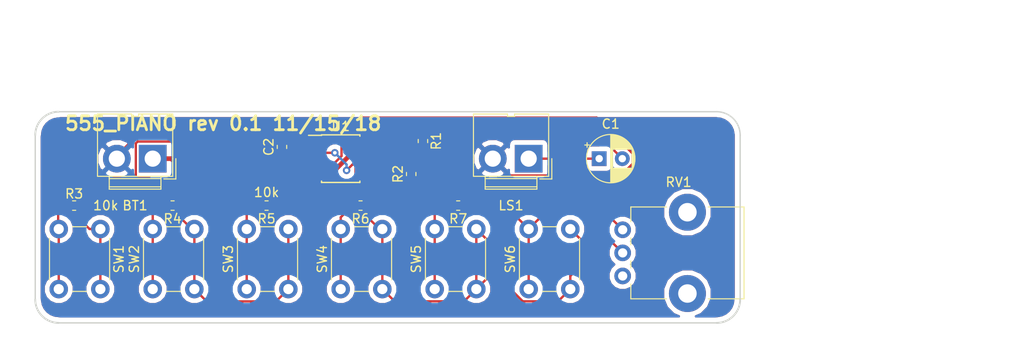
<source format=kicad_pcb>
(kicad_pcb (version 20171130) (host pcbnew 5.0.1-33cea8e~68~ubuntu16.04.1)

  (general
    (thickness 1.6)
    (drawings 11)
    (tracks 130)
    (zones 0)
    (modules 19)
    (nets 14)
  )

  (page A4)
  (layers
    (0 F.Cu signal)
    (31 B.Cu signal)
    (32 B.Adhes user)
    (33 F.Adhes user)
    (34 B.Paste user)
    (35 F.Paste user)
    (36 B.SilkS user)
    (37 F.SilkS user)
    (38 B.Mask user)
    (39 F.Mask user)
    (40 Dwgs.User user)
    (41 Cmts.User user)
    (42 Eco1.User user)
    (43 Eco2.User user)
    (44 Edge.Cuts user)
    (45 Margin user)
    (46 B.CrtYd user)
    (47 F.CrtYd user)
    (48 B.Fab user)
    (49 F.Fab user)
  )

  (setup
    (last_trace_width 0.25)
    (user_trace_width 0.2)
    (user_trace_width 0.5)
    (user_trace_width 1)
    (user_trace_width 1.5)
    (trace_clearance 0.2)
    (zone_clearance 0.508)
    (zone_45_only no)
    (trace_min 0.2)
    (segment_width 0.2)
    (edge_width 0.2)
    (via_size 0.8)
    (via_drill 0.4)
    (via_min_size 0.4)
    (via_min_drill 0.3)
    (uvia_size 0.3)
    (uvia_drill 0.1)
    (uvias_allowed no)
    (uvia_min_size 0.2)
    (uvia_min_drill 0.1)
    (pcb_text_width 0.3)
    (pcb_text_size 1.5 1.5)
    (mod_edge_width 0.15)
    (mod_text_size 1 1)
    (mod_text_width 0.15)
    (pad_size 1.524 1.524)
    (pad_drill 0.762)
    (pad_to_mask_clearance 0.051)
    (solder_mask_min_width 0.25)
    (aux_axis_origin 0 0)
    (visible_elements FFFFFF7F)
    (pcbplotparams
      (layerselection 0x010fc_ffffffff)
      (usegerberextensions false)
      (usegerberattributes false)
      (usegerberadvancedattributes false)
      (creategerberjobfile false)
      (excludeedgelayer true)
      (linewidth 0.100000)
      (plotframeref false)
      (viasonmask false)
      (mode 1)
      (useauxorigin false)
      (hpglpennumber 1)
      (hpglpenspeed 20)
      (hpglpendiameter 15.000000)
      (psnegative false)
      (psa4output false)
      (plotreference true)
      (plotvalue true)
      (plotinvisibletext false)
      (padsonsilk false)
      (subtractmaskfromsilk false)
      (outputformat 4)
      (mirror false)
      (drillshape 0)
      (scaleselection 1)
      (outputdirectory "output/"))
  )

  (net 0 "")
  (net 1 GND)
  (net 2 VCC)
  (net 3 "Net-(C1-Pad1)")
  (net 4 /SPEAKER)
  (net 5 "Net-(C2-Pad1)")
  (net 6 "Net-(R1-Pad2)")
  (net 7 "Net-(R2-Pad1)")
  (net 8 "Net-(R3-Pad2)")
  (net 9 "Net-(R3-Pad1)")
  (net 10 "Net-(R4-Pad1)")
  (net 11 "Net-(R5-Pad1)")
  (net 12 "Net-(R6-Pad1)")
  (net 13 "Net-(R7-Pad1)")

  (net_class Default "This is the default net class."
    (clearance 0.2)
    (trace_width 0.25)
    (via_dia 0.8)
    (via_drill 0.4)
    (uvia_dia 0.3)
    (uvia_drill 0.1)
    (add_net /SPEAKER)
    (add_net GND)
    (add_net "Net-(C1-Pad1)")
    (add_net "Net-(C2-Pad1)")
    (add_net "Net-(R1-Pad2)")
    (add_net "Net-(R2-Pad1)")
    (add_net "Net-(R3-Pad1)")
    (add_net "Net-(R3-Pad2)")
    (add_net "Net-(R4-Pad1)")
    (add_net "Net-(R5-Pad1)")
    (add_net "Net-(R6-Pad1)")
    (add_net "Net-(R7-Pad1)")
    (add_net VCC)
  )

  (module Connector:JWT_A3963_1x02_P3.96mm_Vertical (layer F.Cu) (tedit 5A2A57CE) (tstamp 5C1263DD)
    (at 187.96 71.12 180)
    (descr "JWT A3963, 3.96mm pitch Pin head connector (http://www.jwt.com.tw/pro_pdf/A3963.pdf)")
    (tags "connector JWT A3963 pinhead")
    (path /5BEEC678)
    (fp_text reference BT1 (at 1.91 -5.08 180) (layer F.SilkS)
      (effects (font (size 1 1) (thickness 0.15)))
    )
    (fp_text value Battery (at 1.91 6.35 180) (layer F.Fab)
      (effects (font (size 1 1) (thickness 0.15)))
    )
    (fp_line (start 5.97 4.83) (end 5.97 0) (layer F.SilkS) (width 0.12))
    (fp_line (start -2.16 0) (end -2.16 4.83) (layer F.SilkS) (width 0.12))
    (fp_line (start -2.16 -1.91) (end 5.97 -1.91) (layer F.SilkS) (width 0.12))
    (fp_line (start -0.89 -1.91) (end -0.89 -3.3) (layer F.SilkS) (width 0.12))
    (fp_line (start 4.7 -1.91) (end 4.7 -3.3) (layer F.SilkS) (width 0.12))
    (fp_line (start -0.89 -3.3) (end 4.7 -3.3) (layer F.SilkS) (width 0.12))
    (fp_line (start -2.16 -1.91) (end -2.16 0) (layer F.SilkS) (width 0.12))
    (fp_line (start 5.97 -1.91) (end 5.97 0) (layer F.SilkS) (width 0.12))
    (fp_line (start -0.89 -3.05) (end 4.7 -3.05) (layer F.SilkS) (width 0.12))
    (fp_line (start -0.89 -2.16) (end 4.7 -2.16) (layer F.SilkS) (width 0.12))
    (fp_line (start 2.29 4.57) (end 2.29 4.83) (layer F.SilkS) (width 0.12))
    (fp_line (start 1.52 4.57) (end 2.29 4.57) (layer F.SilkS) (width 0.12))
    (fp_line (start 1.52 4.83) (end 1.52 4.57) (layer F.SilkS) (width 0.12))
    (fp_line (start 1.52 4.83) (end -2.16 4.83) (layer F.SilkS) (width 0.12))
    (fp_line (start 2.29 4.83) (end 5.97 4.83) (layer F.SilkS) (width 0.12))
    (fp_line (start -2.5 5.05) (end -2.5 -3.55) (layer F.CrtYd) (width 0.05))
    (fp_line (start 6.35 5.05) (end -2.5 5.05) (layer F.CrtYd) (width 0.05))
    (fp_line (start 6.35 -3.55) (end 6.35 5.05) (layer F.CrtYd) (width 0.05))
    (fp_line (start -2.5 -3.55) (end 6.35 -3.55) (layer F.CrtYd) (width 0.05))
    (fp_line (start -2.05 -1.8) (end 5.85 -1.8) (layer F.Fab) (width 0.1))
    (fp_line (start 5.85 -1.8) (end 5.85 4.7) (layer F.Fab) (width 0.1))
    (fp_line (start 5.85 4.7) (end -2.05 4.7) (layer F.Fab) (width 0.1))
    (fp_line (start -2.05 4.7) (end -2.05 -1.8) (layer F.Fab) (width 0.1))
    (fp_line (start -1.2 -2.2) (end -2.5 -2.2) (layer F.SilkS) (width 0.12))
    (fp_line (start -2.5 -2.2) (end -2.5 0) (layer F.SilkS) (width 0.12))
    (fp_line (start -1.25 -1.8) (end 0 -0.3) (layer F.Fab) (width 0.1))
    (fp_line (start 0 -0.3) (end 1.25 -1.8) (layer F.Fab) (width 0.1))
    (fp_line (start -0.8 -1.8) (end -0.8 -3.2) (layer F.Fab) (width 0.1))
    (fp_line (start -0.8 -3.2) (end 4.6 -3.2) (layer F.Fab) (width 0.1))
    (fp_line (start 4.6 -3.2) (end 4.6 -1.8) (layer F.Fab) (width 0.1))
    (fp_text user %R (at 2.2 3.7 180) (layer F.Fab)
      (effects (font (size 1 1) (thickness 0.15)))
    )
    (pad 2 thru_hole circle (at 3.88 0 180) (size 3 3) (drill 1.75) (layers *.Cu *.Mask)
      (net 1 GND))
    (pad 1 thru_hole rect (at 0 0 180) (size 3 3) (drill 1.75) (layers *.Cu *.Mask)
      (net 2 VCC))
    (model ${KISYS3DMOD}/Connector.3dshapes/JWT_A3963_1x02_P3.96mm_Vertical.wrl
      (at (xyz 0 0 0))
      (scale (xyz 1 1 1))
      (rotate (xyz 0 0 0))
    )
  )

  (module Capacitor_THT:CP_Radial_D5.0mm_P2.50mm (layer F.Cu) (tedit 5AE50EF0) (tstamp 5C126461)
    (at 236.22 71.12)
    (descr "CP, Radial series, Radial, pin pitch=2.50mm, , diameter=5mm, Electrolytic Capacitor")
    (tags "CP Radial series Radial pin pitch 2.50mm  diameter 5mm Electrolytic Capacitor")
    (path /5BEDAD38)
    (fp_text reference C1 (at 1.25 -3.75) (layer F.SilkS)
      (effects (font (size 1 1) (thickness 0.15)))
    )
    (fp_text value 10uf (at 1.25 3.75) (layer F.Fab)
      (effects (font (size 1 1) (thickness 0.15)))
    )
    (fp_circle (center 1.25 0) (end 3.75 0) (layer F.Fab) (width 0.1))
    (fp_circle (center 1.25 0) (end 3.87 0) (layer F.SilkS) (width 0.12))
    (fp_circle (center 1.25 0) (end 4 0) (layer F.CrtYd) (width 0.05))
    (fp_line (start -0.883605 -1.0875) (end -0.383605 -1.0875) (layer F.Fab) (width 0.1))
    (fp_line (start -0.633605 -1.3375) (end -0.633605 -0.8375) (layer F.Fab) (width 0.1))
    (fp_line (start 1.25 -2.58) (end 1.25 2.58) (layer F.SilkS) (width 0.12))
    (fp_line (start 1.29 -2.58) (end 1.29 2.58) (layer F.SilkS) (width 0.12))
    (fp_line (start 1.33 -2.579) (end 1.33 2.579) (layer F.SilkS) (width 0.12))
    (fp_line (start 1.37 -2.578) (end 1.37 2.578) (layer F.SilkS) (width 0.12))
    (fp_line (start 1.41 -2.576) (end 1.41 2.576) (layer F.SilkS) (width 0.12))
    (fp_line (start 1.45 -2.573) (end 1.45 2.573) (layer F.SilkS) (width 0.12))
    (fp_line (start 1.49 -2.569) (end 1.49 -1.04) (layer F.SilkS) (width 0.12))
    (fp_line (start 1.49 1.04) (end 1.49 2.569) (layer F.SilkS) (width 0.12))
    (fp_line (start 1.53 -2.565) (end 1.53 -1.04) (layer F.SilkS) (width 0.12))
    (fp_line (start 1.53 1.04) (end 1.53 2.565) (layer F.SilkS) (width 0.12))
    (fp_line (start 1.57 -2.561) (end 1.57 -1.04) (layer F.SilkS) (width 0.12))
    (fp_line (start 1.57 1.04) (end 1.57 2.561) (layer F.SilkS) (width 0.12))
    (fp_line (start 1.61 -2.556) (end 1.61 -1.04) (layer F.SilkS) (width 0.12))
    (fp_line (start 1.61 1.04) (end 1.61 2.556) (layer F.SilkS) (width 0.12))
    (fp_line (start 1.65 -2.55) (end 1.65 -1.04) (layer F.SilkS) (width 0.12))
    (fp_line (start 1.65 1.04) (end 1.65 2.55) (layer F.SilkS) (width 0.12))
    (fp_line (start 1.69 -2.543) (end 1.69 -1.04) (layer F.SilkS) (width 0.12))
    (fp_line (start 1.69 1.04) (end 1.69 2.543) (layer F.SilkS) (width 0.12))
    (fp_line (start 1.73 -2.536) (end 1.73 -1.04) (layer F.SilkS) (width 0.12))
    (fp_line (start 1.73 1.04) (end 1.73 2.536) (layer F.SilkS) (width 0.12))
    (fp_line (start 1.77 -2.528) (end 1.77 -1.04) (layer F.SilkS) (width 0.12))
    (fp_line (start 1.77 1.04) (end 1.77 2.528) (layer F.SilkS) (width 0.12))
    (fp_line (start 1.81 -2.52) (end 1.81 -1.04) (layer F.SilkS) (width 0.12))
    (fp_line (start 1.81 1.04) (end 1.81 2.52) (layer F.SilkS) (width 0.12))
    (fp_line (start 1.85 -2.511) (end 1.85 -1.04) (layer F.SilkS) (width 0.12))
    (fp_line (start 1.85 1.04) (end 1.85 2.511) (layer F.SilkS) (width 0.12))
    (fp_line (start 1.89 -2.501) (end 1.89 -1.04) (layer F.SilkS) (width 0.12))
    (fp_line (start 1.89 1.04) (end 1.89 2.501) (layer F.SilkS) (width 0.12))
    (fp_line (start 1.93 -2.491) (end 1.93 -1.04) (layer F.SilkS) (width 0.12))
    (fp_line (start 1.93 1.04) (end 1.93 2.491) (layer F.SilkS) (width 0.12))
    (fp_line (start 1.971 -2.48) (end 1.971 -1.04) (layer F.SilkS) (width 0.12))
    (fp_line (start 1.971 1.04) (end 1.971 2.48) (layer F.SilkS) (width 0.12))
    (fp_line (start 2.011 -2.468) (end 2.011 -1.04) (layer F.SilkS) (width 0.12))
    (fp_line (start 2.011 1.04) (end 2.011 2.468) (layer F.SilkS) (width 0.12))
    (fp_line (start 2.051 -2.455) (end 2.051 -1.04) (layer F.SilkS) (width 0.12))
    (fp_line (start 2.051 1.04) (end 2.051 2.455) (layer F.SilkS) (width 0.12))
    (fp_line (start 2.091 -2.442) (end 2.091 -1.04) (layer F.SilkS) (width 0.12))
    (fp_line (start 2.091 1.04) (end 2.091 2.442) (layer F.SilkS) (width 0.12))
    (fp_line (start 2.131 -2.428) (end 2.131 -1.04) (layer F.SilkS) (width 0.12))
    (fp_line (start 2.131 1.04) (end 2.131 2.428) (layer F.SilkS) (width 0.12))
    (fp_line (start 2.171 -2.414) (end 2.171 -1.04) (layer F.SilkS) (width 0.12))
    (fp_line (start 2.171 1.04) (end 2.171 2.414) (layer F.SilkS) (width 0.12))
    (fp_line (start 2.211 -2.398) (end 2.211 -1.04) (layer F.SilkS) (width 0.12))
    (fp_line (start 2.211 1.04) (end 2.211 2.398) (layer F.SilkS) (width 0.12))
    (fp_line (start 2.251 -2.382) (end 2.251 -1.04) (layer F.SilkS) (width 0.12))
    (fp_line (start 2.251 1.04) (end 2.251 2.382) (layer F.SilkS) (width 0.12))
    (fp_line (start 2.291 -2.365) (end 2.291 -1.04) (layer F.SilkS) (width 0.12))
    (fp_line (start 2.291 1.04) (end 2.291 2.365) (layer F.SilkS) (width 0.12))
    (fp_line (start 2.331 -2.348) (end 2.331 -1.04) (layer F.SilkS) (width 0.12))
    (fp_line (start 2.331 1.04) (end 2.331 2.348) (layer F.SilkS) (width 0.12))
    (fp_line (start 2.371 -2.329) (end 2.371 -1.04) (layer F.SilkS) (width 0.12))
    (fp_line (start 2.371 1.04) (end 2.371 2.329) (layer F.SilkS) (width 0.12))
    (fp_line (start 2.411 -2.31) (end 2.411 -1.04) (layer F.SilkS) (width 0.12))
    (fp_line (start 2.411 1.04) (end 2.411 2.31) (layer F.SilkS) (width 0.12))
    (fp_line (start 2.451 -2.29) (end 2.451 -1.04) (layer F.SilkS) (width 0.12))
    (fp_line (start 2.451 1.04) (end 2.451 2.29) (layer F.SilkS) (width 0.12))
    (fp_line (start 2.491 -2.268) (end 2.491 -1.04) (layer F.SilkS) (width 0.12))
    (fp_line (start 2.491 1.04) (end 2.491 2.268) (layer F.SilkS) (width 0.12))
    (fp_line (start 2.531 -2.247) (end 2.531 -1.04) (layer F.SilkS) (width 0.12))
    (fp_line (start 2.531 1.04) (end 2.531 2.247) (layer F.SilkS) (width 0.12))
    (fp_line (start 2.571 -2.224) (end 2.571 -1.04) (layer F.SilkS) (width 0.12))
    (fp_line (start 2.571 1.04) (end 2.571 2.224) (layer F.SilkS) (width 0.12))
    (fp_line (start 2.611 -2.2) (end 2.611 -1.04) (layer F.SilkS) (width 0.12))
    (fp_line (start 2.611 1.04) (end 2.611 2.2) (layer F.SilkS) (width 0.12))
    (fp_line (start 2.651 -2.175) (end 2.651 -1.04) (layer F.SilkS) (width 0.12))
    (fp_line (start 2.651 1.04) (end 2.651 2.175) (layer F.SilkS) (width 0.12))
    (fp_line (start 2.691 -2.149) (end 2.691 -1.04) (layer F.SilkS) (width 0.12))
    (fp_line (start 2.691 1.04) (end 2.691 2.149) (layer F.SilkS) (width 0.12))
    (fp_line (start 2.731 -2.122) (end 2.731 -1.04) (layer F.SilkS) (width 0.12))
    (fp_line (start 2.731 1.04) (end 2.731 2.122) (layer F.SilkS) (width 0.12))
    (fp_line (start 2.771 -2.095) (end 2.771 -1.04) (layer F.SilkS) (width 0.12))
    (fp_line (start 2.771 1.04) (end 2.771 2.095) (layer F.SilkS) (width 0.12))
    (fp_line (start 2.811 -2.065) (end 2.811 -1.04) (layer F.SilkS) (width 0.12))
    (fp_line (start 2.811 1.04) (end 2.811 2.065) (layer F.SilkS) (width 0.12))
    (fp_line (start 2.851 -2.035) (end 2.851 -1.04) (layer F.SilkS) (width 0.12))
    (fp_line (start 2.851 1.04) (end 2.851 2.035) (layer F.SilkS) (width 0.12))
    (fp_line (start 2.891 -2.004) (end 2.891 -1.04) (layer F.SilkS) (width 0.12))
    (fp_line (start 2.891 1.04) (end 2.891 2.004) (layer F.SilkS) (width 0.12))
    (fp_line (start 2.931 -1.971) (end 2.931 -1.04) (layer F.SilkS) (width 0.12))
    (fp_line (start 2.931 1.04) (end 2.931 1.971) (layer F.SilkS) (width 0.12))
    (fp_line (start 2.971 -1.937) (end 2.971 -1.04) (layer F.SilkS) (width 0.12))
    (fp_line (start 2.971 1.04) (end 2.971 1.937) (layer F.SilkS) (width 0.12))
    (fp_line (start 3.011 -1.901) (end 3.011 -1.04) (layer F.SilkS) (width 0.12))
    (fp_line (start 3.011 1.04) (end 3.011 1.901) (layer F.SilkS) (width 0.12))
    (fp_line (start 3.051 -1.864) (end 3.051 -1.04) (layer F.SilkS) (width 0.12))
    (fp_line (start 3.051 1.04) (end 3.051 1.864) (layer F.SilkS) (width 0.12))
    (fp_line (start 3.091 -1.826) (end 3.091 -1.04) (layer F.SilkS) (width 0.12))
    (fp_line (start 3.091 1.04) (end 3.091 1.826) (layer F.SilkS) (width 0.12))
    (fp_line (start 3.131 -1.785) (end 3.131 -1.04) (layer F.SilkS) (width 0.12))
    (fp_line (start 3.131 1.04) (end 3.131 1.785) (layer F.SilkS) (width 0.12))
    (fp_line (start 3.171 -1.743) (end 3.171 -1.04) (layer F.SilkS) (width 0.12))
    (fp_line (start 3.171 1.04) (end 3.171 1.743) (layer F.SilkS) (width 0.12))
    (fp_line (start 3.211 -1.699) (end 3.211 -1.04) (layer F.SilkS) (width 0.12))
    (fp_line (start 3.211 1.04) (end 3.211 1.699) (layer F.SilkS) (width 0.12))
    (fp_line (start 3.251 -1.653) (end 3.251 -1.04) (layer F.SilkS) (width 0.12))
    (fp_line (start 3.251 1.04) (end 3.251 1.653) (layer F.SilkS) (width 0.12))
    (fp_line (start 3.291 -1.605) (end 3.291 -1.04) (layer F.SilkS) (width 0.12))
    (fp_line (start 3.291 1.04) (end 3.291 1.605) (layer F.SilkS) (width 0.12))
    (fp_line (start 3.331 -1.554) (end 3.331 -1.04) (layer F.SilkS) (width 0.12))
    (fp_line (start 3.331 1.04) (end 3.331 1.554) (layer F.SilkS) (width 0.12))
    (fp_line (start 3.371 -1.5) (end 3.371 -1.04) (layer F.SilkS) (width 0.12))
    (fp_line (start 3.371 1.04) (end 3.371 1.5) (layer F.SilkS) (width 0.12))
    (fp_line (start 3.411 -1.443) (end 3.411 -1.04) (layer F.SilkS) (width 0.12))
    (fp_line (start 3.411 1.04) (end 3.411 1.443) (layer F.SilkS) (width 0.12))
    (fp_line (start 3.451 -1.383) (end 3.451 -1.04) (layer F.SilkS) (width 0.12))
    (fp_line (start 3.451 1.04) (end 3.451 1.383) (layer F.SilkS) (width 0.12))
    (fp_line (start 3.491 -1.319) (end 3.491 -1.04) (layer F.SilkS) (width 0.12))
    (fp_line (start 3.491 1.04) (end 3.491 1.319) (layer F.SilkS) (width 0.12))
    (fp_line (start 3.531 -1.251) (end 3.531 -1.04) (layer F.SilkS) (width 0.12))
    (fp_line (start 3.531 1.04) (end 3.531 1.251) (layer F.SilkS) (width 0.12))
    (fp_line (start 3.571 -1.178) (end 3.571 1.178) (layer F.SilkS) (width 0.12))
    (fp_line (start 3.611 -1.098) (end 3.611 1.098) (layer F.SilkS) (width 0.12))
    (fp_line (start 3.651 -1.011) (end 3.651 1.011) (layer F.SilkS) (width 0.12))
    (fp_line (start 3.691 -0.915) (end 3.691 0.915) (layer F.SilkS) (width 0.12))
    (fp_line (start 3.731 -0.805) (end 3.731 0.805) (layer F.SilkS) (width 0.12))
    (fp_line (start 3.771 -0.677) (end 3.771 0.677) (layer F.SilkS) (width 0.12))
    (fp_line (start 3.811 -0.518) (end 3.811 0.518) (layer F.SilkS) (width 0.12))
    (fp_line (start 3.851 -0.284) (end 3.851 0.284) (layer F.SilkS) (width 0.12))
    (fp_line (start -1.554775 -1.475) (end -1.054775 -1.475) (layer F.SilkS) (width 0.12))
    (fp_line (start -1.304775 -1.725) (end -1.304775 -1.225) (layer F.SilkS) (width 0.12))
    (fp_text user %R (at 1.25 0) (layer F.Fab)
      (effects (font (size 1 1) (thickness 0.15)))
    )
    (pad 1 thru_hole rect (at 0 0) (size 1.6 1.6) (drill 0.8) (layers *.Cu *.Mask)
      (net 3 "Net-(C1-Pad1)"))
    (pad 2 thru_hole circle (at 2.5 0) (size 1.6 1.6) (drill 0.8) (layers *.Cu *.Mask)
      (net 4 /SPEAKER))
    (model ${KISYS3DMOD}/Capacitor_THT.3dshapes/CP_Radial_D5.0mm_P2.50mm.wrl
      (at (xyz 0 0 0))
      (scale (xyz 1 1 1))
      (rotate (xyz 0 0 0))
    )
  )

  (module Capacitor_SMD:C_0603_1608Metric_Pad1.05x0.95mm_HandSolder (layer F.Cu) (tedit 5B301BBE) (tstamp 5C126472)
    (at 201.93 69.85 90)
    (descr "Capacitor SMD 0603 (1608 Metric), square (rectangular) end terminal, IPC_7351 nominal with elongated pad for handsoldering. (Body size source: http://www.tortai-tech.com/upload/download/2011102023233369053.pdf), generated with kicad-footprint-generator")
    (tags "capacitor handsolder")
    (path /5BEDBA01)
    (attr smd)
    (fp_text reference C2 (at 0 -1.43 90) (layer F.SilkS)
      (effects (font (size 1 1) (thickness 0.15)))
    )
    (fp_text value 0.1uf (at 0 1.43 90) (layer F.Fab)
      (effects (font (size 1 1) (thickness 0.15)))
    )
    (fp_line (start -0.8 0.4) (end -0.8 -0.4) (layer F.Fab) (width 0.1))
    (fp_line (start -0.8 -0.4) (end 0.8 -0.4) (layer F.Fab) (width 0.1))
    (fp_line (start 0.8 -0.4) (end 0.8 0.4) (layer F.Fab) (width 0.1))
    (fp_line (start 0.8 0.4) (end -0.8 0.4) (layer F.Fab) (width 0.1))
    (fp_line (start -0.171267 -0.51) (end 0.171267 -0.51) (layer F.SilkS) (width 0.12))
    (fp_line (start -0.171267 0.51) (end 0.171267 0.51) (layer F.SilkS) (width 0.12))
    (fp_line (start -1.65 0.73) (end -1.65 -0.73) (layer F.CrtYd) (width 0.05))
    (fp_line (start -1.65 -0.73) (end 1.65 -0.73) (layer F.CrtYd) (width 0.05))
    (fp_line (start 1.65 -0.73) (end 1.65 0.73) (layer F.CrtYd) (width 0.05))
    (fp_line (start 1.65 0.73) (end -1.65 0.73) (layer F.CrtYd) (width 0.05))
    (fp_text user %R (at 0 0 90) (layer F.Fab)
      (effects (font (size 0.4 0.4) (thickness 0.06)))
    )
    (pad 1 smd roundrect (at -0.875 0 90) (size 1.05 0.95) (layers F.Cu F.Paste F.Mask) (roundrect_rratio 0.25)
      (net 5 "Net-(C2-Pad1)"))
    (pad 2 smd roundrect (at 0.875 0 90) (size 1.05 0.95) (layers F.Cu F.Paste F.Mask) (roundrect_rratio 0.25)
      (net 1 GND))
    (model ${KISYS3DMOD}/Capacitor_SMD.3dshapes/C_0603_1608Metric.wrl
      (at (xyz 0 0 0))
      (scale (xyz 1 1 1))
      (rotate (xyz 0 0 0))
    )
  )

  (module Connector:JWT_A3963_1x02_P3.96mm_Vertical (layer F.Cu) (tedit 5A2A57CE) (tstamp 5C126497)
    (at 228.6 71.12 180)
    (descr "JWT A3963, 3.96mm pitch Pin head connector (http://www.jwt.com.tw/pro_pdf/A3963.pdf)")
    (tags "connector JWT A3963 pinhead")
    (path /5BEDB2E4)
    (fp_text reference LS1 (at 1.91 -5.08 180) (layer F.SilkS)
      (effects (font (size 1 1) (thickness 0.15)))
    )
    (fp_text value Speaker (at 1.91 6.35 180) (layer F.Fab)
      (effects (font (size 1 1) (thickness 0.15)))
    )
    (fp_text user %R (at 2.2 3.7 180) (layer F.Fab)
      (effects (font (size 1 1) (thickness 0.15)))
    )
    (fp_line (start 4.6 -3.2) (end 4.6 -1.8) (layer F.Fab) (width 0.1))
    (fp_line (start -0.8 -3.2) (end 4.6 -3.2) (layer F.Fab) (width 0.1))
    (fp_line (start -0.8 -1.8) (end -0.8 -3.2) (layer F.Fab) (width 0.1))
    (fp_line (start 0 -0.3) (end 1.25 -1.8) (layer F.Fab) (width 0.1))
    (fp_line (start -1.25 -1.8) (end 0 -0.3) (layer F.Fab) (width 0.1))
    (fp_line (start -2.5 -2.2) (end -2.5 0) (layer F.SilkS) (width 0.12))
    (fp_line (start -1.2 -2.2) (end -2.5 -2.2) (layer F.SilkS) (width 0.12))
    (fp_line (start -2.05 4.7) (end -2.05 -1.8) (layer F.Fab) (width 0.1))
    (fp_line (start 5.85 4.7) (end -2.05 4.7) (layer F.Fab) (width 0.1))
    (fp_line (start 5.85 -1.8) (end 5.85 4.7) (layer F.Fab) (width 0.1))
    (fp_line (start -2.05 -1.8) (end 5.85 -1.8) (layer F.Fab) (width 0.1))
    (fp_line (start -2.5 -3.55) (end 6.35 -3.55) (layer F.CrtYd) (width 0.05))
    (fp_line (start 6.35 -3.55) (end 6.35 5.05) (layer F.CrtYd) (width 0.05))
    (fp_line (start 6.35 5.05) (end -2.5 5.05) (layer F.CrtYd) (width 0.05))
    (fp_line (start -2.5 5.05) (end -2.5 -3.55) (layer F.CrtYd) (width 0.05))
    (fp_line (start 2.29 4.83) (end 5.97 4.83) (layer F.SilkS) (width 0.12))
    (fp_line (start 1.52 4.83) (end -2.16 4.83) (layer F.SilkS) (width 0.12))
    (fp_line (start 1.52 4.83) (end 1.52 4.57) (layer F.SilkS) (width 0.12))
    (fp_line (start 1.52 4.57) (end 2.29 4.57) (layer F.SilkS) (width 0.12))
    (fp_line (start 2.29 4.57) (end 2.29 4.83) (layer F.SilkS) (width 0.12))
    (fp_line (start -0.89 -2.16) (end 4.7 -2.16) (layer F.SilkS) (width 0.12))
    (fp_line (start -0.89 -3.05) (end 4.7 -3.05) (layer F.SilkS) (width 0.12))
    (fp_line (start 5.97 -1.91) (end 5.97 0) (layer F.SilkS) (width 0.12))
    (fp_line (start -2.16 -1.91) (end -2.16 0) (layer F.SilkS) (width 0.12))
    (fp_line (start -0.89 -3.3) (end 4.7 -3.3) (layer F.SilkS) (width 0.12))
    (fp_line (start 4.7 -1.91) (end 4.7 -3.3) (layer F.SilkS) (width 0.12))
    (fp_line (start -0.89 -1.91) (end -0.89 -3.3) (layer F.SilkS) (width 0.12))
    (fp_line (start -2.16 -1.91) (end 5.97 -1.91) (layer F.SilkS) (width 0.12))
    (fp_line (start -2.16 0) (end -2.16 4.83) (layer F.SilkS) (width 0.12))
    (fp_line (start 5.97 4.83) (end 5.97 0) (layer F.SilkS) (width 0.12))
    (pad 1 thru_hole rect (at 0 0 180) (size 3 3) (drill 1.75) (layers *.Cu *.Mask)
      (net 3 "Net-(C1-Pad1)"))
    (pad 2 thru_hole circle (at 3.88 0 180) (size 3 3) (drill 1.75) (layers *.Cu *.Mask)
      (net 1 GND))
    (model ${KISYS3DMOD}/Connector.3dshapes/JWT_A3963_1x02_P3.96mm_Vertical.wrl
      (at (xyz 0 0 0))
      (scale (xyz 1 1 1))
      (rotate (xyz 0 0 0))
    )
  )

  (module Resistor_SMD:R_0603_1608Metric_Pad1.05x0.95mm_HandSolder (layer F.Cu) (tedit 5B301BBD) (tstamp 5C1264A8)
    (at 217.17 69.215 270)
    (descr "Resistor SMD 0603 (1608 Metric), square (rectangular) end terminal, IPC_7351 nominal with elongated pad for handsoldering. (Body size source: http://www.tortai-tech.com/upload/download/2011102023233369053.pdf), generated with kicad-footprint-generator")
    (tags "resistor handsolder")
    (path /5BED98B7)
    (attr smd)
    (fp_text reference R1 (at 0 -1.43 270) (layer F.SilkS)
      (effects (font (size 1 1) (thickness 0.15)))
    )
    (fp_text value 2k2 (at 0 1.43 270) (layer F.Fab)
      (effects (font (size 1 1) (thickness 0.15)))
    )
    (fp_line (start -0.8 0.4) (end -0.8 -0.4) (layer F.Fab) (width 0.1))
    (fp_line (start -0.8 -0.4) (end 0.8 -0.4) (layer F.Fab) (width 0.1))
    (fp_line (start 0.8 -0.4) (end 0.8 0.4) (layer F.Fab) (width 0.1))
    (fp_line (start 0.8 0.4) (end -0.8 0.4) (layer F.Fab) (width 0.1))
    (fp_line (start -0.171267 -0.51) (end 0.171267 -0.51) (layer F.SilkS) (width 0.12))
    (fp_line (start -0.171267 0.51) (end 0.171267 0.51) (layer F.SilkS) (width 0.12))
    (fp_line (start -1.65 0.73) (end -1.65 -0.73) (layer F.CrtYd) (width 0.05))
    (fp_line (start -1.65 -0.73) (end 1.65 -0.73) (layer F.CrtYd) (width 0.05))
    (fp_line (start 1.65 -0.73) (end 1.65 0.73) (layer F.CrtYd) (width 0.05))
    (fp_line (start 1.65 0.73) (end -1.65 0.73) (layer F.CrtYd) (width 0.05))
    (fp_text user %R (at 0 0 270) (layer F.Fab)
      (effects (font (size 0.4 0.4) (thickness 0.06)))
    )
    (pad 1 smd roundrect (at -0.875 0 270) (size 1.05 0.95) (layers F.Cu F.Paste F.Mask) (roundrect_rratio 0.25)
      (net 2 VCC))
    (pad 2 smd roundrect (at 0.875 0 270) (size 1.05 0.95) (layers F.Cu F.Paste F.Mask) (roundrect_rratio 0.25)
      (net 6 "Net-(R1-Pad2)"))
    (model ${KISYS3DMOD}/Resistor_SMD.3dshapes/R_0603_1608Metric.wrl
      (at (xyz 0 0 0))
      (scale (xyz 1 1 1))
      (rotate (xyz 0 0 0))
    )
  )

  (module Resistor_SMD:R_0603_1608Metric_Pad1.05x0.95mm_HandSolder (layer F.Cu) (tedit 5B301BBD) (tstamp 5C1264B9)
    (at 215.9 72.785 90)
    (descr "Resistor SMD 0603 (1608 Metric), square (rectangular) end terminal, IPC_7351 nominal with elongated pad for handsoldering. (Body size source: http://www.tortai-tech.com/upload/download/2011102023233369053.pdf), generated with kicad-footprint-generator")
    (tags "resistor handsolder")
    (path /5BED9D7B)
    (attr smd)
    (fp_text reference R2 (at 0 -1.43 90) (layer F.SilkS)
      (effects (font (size 1 1) (thickness 0.15)))
    )
    (fp_text value 100 (at 0 1.43 90) (layer F.Fab)
      (effects (font (size 1 1) (thickness 0.15)))
    )
    (fp_line (start -0.8 0.4) (end -0.8 -0.4) (layer F.Fab) (width 0.1))
    (fp_line (start -0.8 -0.4) (end 0.8 -0.4) (layer F.Fab) (width 0.1))
    (fp_line (start 0.8 -0.4) (end 0.8 0.4) (layer F.Fab) (width 0.1))
    (fp_line (start 0.8 0.4) (end -0.8 0.4) (layer F.Fab) (width 0.1))
    (fp_line (start -0.171267 -0.51) (end 0.171267 -0.51) (layer F.SilkS) (width 0.12))
    (fp_line (start -0.171267 0.51) (end 0.171267 0.51) (layer F.SilkS) (width 0.12))
    (fp_line (start -1.65 0.73) (end -1.65 -0.73) (layer F.CrtYd) (width 0.05))
    (fp_line (start -1.65 -0.73) (end 1.65 -0.73) (layer F.CrtYd) (width 0.05))
    (fp_line (start 1.65 -0.73) (end 1.65 0.73) (layer F.CrtYd) (width 0.05))
    (fp_line (start 1.65 0.73) (end -1.65 0.73) (layer F.CrtYd) (width 0.05))
    (fp_text user %R (at 0 0 90) (layer F.Fab)
      (effects (font (size 0.4 0.4) (thickness 0.06)))
    )
    (pad 1 smd roundrect (at -0.875 0 90) (size 1.05 0.95) (layers F.Cu F.Paste F.Mask) (roundrect_rratio 0.25)
      (net 7 "Net-(R2-Pad1)"))
    (pad 2 smd roundrect (at 0.875 0 90) (size 1.05 0.95) (layers F.Cu F.Paste F.Mask) (roundrect_rratio 0.25)
      (net 6 "Net-(R1-Pad2)"))
    (model ${KISYS3DMOD}/Resistor_SMD.3dshapes/R_0603_1608Metric.wrl
      (at (xyz 0 0 0))
      (scale (xyz 1 1 1))
      (rotate (xyz 0 0 0))
    )
  )

  (module Resistor_SMD:R_0603_1608Metric_Pad1.05x0.95mm_HandSolder (layer F.Cu) (tedit 5BEDAD30) (tstamp 5C1264CA)
    (at 179.465 76.2 180)
    (descr "Resistor SMD 0603 (1608 Metric), square (rectangular) end terminal, IPC_7351 nominal with elongated pad for handsoldering. (Body size source: http://www.tortai-tech.com/upload/download/2011102023233369053.pdf), generated with kicad-footprint-generator")
    (tags "resistor handsolder")
    (path /5BEDCCA4)
    (attr smd)
    (fp_text reference R3 (at 0 1.27 180) (layer F.SilkS)
      (effects (font (size 1 1) (thickness 0.15)))
    )
    (fp_text value 10k (at -3.415 0 180) (layer F.SilkS)
      (effects (font (size 1 1) (thickness 0.15)))
    )
    (fp_text user %R (at 0 0 180) (layer F.Fab)
      (effects (font (size 0.4 0.4) (thickness 0.06)))
    )
    (fp_line (start 1.65 0.73) (end -1.65 0.73) (layer F.CrtYd) (width 0.05))
    (fp_line (start 1.65 -0.73) (end 1.65 0.73) (layer F.CrtYd) (width 0.05))
    (fp_line (start -1.65 -0.73) (end 1.65 -0.73) (layer F.CrtYd) (width 0.05))
    (fp_line (start -1.65 0.73) (end -1.65 -0.73) (layer F.CrtYd) (width 0.05))
    (fp_line (start -0.171267 0.51) (end 0.171267 0.51) (layer F.SilkS) (width 0.12))
    (fp_line (start -0.171267 -0.51) (end 0.171267 -0.51) (layer F.SilkS) (width 0.12))
    (fp_line (start 0.8 0.4) (end -0.8 0.4) (layer F.Fab) (width 0.1))
    (fp_line (start 0.8 -0.4) (end 0.8 0.4) (layer F.Fab) (width 0.1))
    (fp_line (start -0.8 -0.4) (end 0.8 -0.4) (layer F.Fab) (width 0.1))
    (fp_line (start -0.8 0.4) (end -0.8 -0.4) (layer F.Fab) (width 0.1))
    (pad 2 smd roundrect (at 0.875 0 180) (size 1.05 0.95) (layers F.Cu F.Paste F.Mask) (roundrect_rratio 0.25)
      (net 8 "Net-(R3-Pad2)"))
    (pad 1 smd roundrect (at -0.875 0 180) (size 1.05 0.95) (layers F.Cu F.Paste F.Mask) (roundrect_rratio 0.25)
      (net 9 "Net-(R3-Pad1)"))
    (model ${KISYS3DMOD}/Resistor_SMD.3dshapes/R_0603_1608Metric.wrl
      (at (xyz 0 0 0))
      (scale (xyz 1 1 1))
      (rotate (xyz 0 0 0))
    )
  )

  (module Resistor_SMD:R_0603_1608Metric_Pad1.05x0.95mm_HandSolder (layer F.Cu) (tedit 5B301BBD) (tstamp 5C1264DB)
    (at 190.105 76.2 180)
    (descr "Resistor SMD 0603 (1608 Metric), square (rectangular) end terminal, IPC_7351 nominal with elongated pad for handsoldering. (Body size source: http://www.tortai-tech.com/upload/download/2011102023233369053.pdf), generated with kicad-footprint-generator")
    (tags "resistor handsolder")
    (path /5BEDD750)
    (attr smd)
    (fp_text reference R4 (at 0 -1.43 180) (layer F.SilkS)
      (effects (font (size 1 1) (thickness 0.15)))
    )
    (fp_text value 10k (at 0 1.43 180) (layer F.Fab)
      (effects (font (size 1 1) (thickness 0.15)))
    )
    (fp_line (start -0.8 0.4) (end -0.8 -0.4) (layer F.Fab) (width 0.1))
    (fp_line (start -0.8 -0.4) (end 0.8 -0.4) (layer F.Fab) (width 0.1))
    (fp_line (start 0.8 -0.4) (end 0.8 0.4) (layer F.Fab) (width 0.1))
    (fp_line (start 0.8 0.4) (end -0.8 0.4) (layer F.Fab) (width 0.1))
    (fp_line (start -0.171267 -0.51) (end 0.171267 -0.51) (layer F.SilkS) (width 0.12))
    (fp_line (start -0.171267 0.51) (end 0.171267 0.51) (layer F.SilkS) (width 0.12))
    (fp_line (start -1.65 0.73) (end -1.65 -0.73) (layer F.CrtYd) (width 0.05))
    (fp_line (start -1.65 -0.73) (end 1.65 -0.73) (layer F.CrtYd) (width 0.05))
    (fp_line (start 1.65 -0.73) (end 1.65 0.73) (layer F.CrtYd) (width 0.05))
    (fp_line (start 1.65 0.73) (end -1.65 0.73) (layer F.CrtYd) (width 0.05))
    (fp_text user %R (at 0 0 180) (layer F.Fab)
      (effects (font (size 0.4 0.4) (thickness 0.06)))
    )
    (pad 1 smd roundrect (at -0.875 0 180) (size 1.05 0.95) (layers F.Cu F.Paste F.Mask) (roundrect_rratio 0.25)
      (net 10 "Net-(R4-Pad1)"))
    (pad 2 smd roundrect (at 0.875 0 180) (size 1.05 0.95) (layers F.Cu F.Paste F.Mask) (roundrect_rratio 0.25)
      (net 9 "Net-(R3-Pad1)"))
    (model ${KISYS3DMOD}/Resistor_SMD.3dshapes/R_0603_1608Metric.wrl
      (at (xyz 0 0 0))
      (scale (xyz 1 1 1))
      (rotate (xyz 0 0 0))
    )
  )

  (module Resistor_SMD:R_0603_1608Metric_Pad1.05x0.95mm_HandSolder (layer F.Cu) (tedit 5BEDAD4C) (tstamp 5C1264EC)
    (at 200.265 76.2 180)
    (descr "Resistor SMD 0603 (1608 Metric), square (rectangular) end terminal, IPC_7351 nominal with elongated pad for handsoldering. (Body size source: http://www.tortai-tech.com/upload/download/2011102023233369053.pdf), generated with kicad-footprint-generator")
    (tags "resistor handsolder")
    (path /5BEDDB87)
    (attr smd)
    (fp_text reference R5 (at 0 -1.43 180) (layer F.SilkS)
      (effects (font (size 1 1) (thickness 0.15)))
    )
    (fp_text value 10k (at 0 1.43 180) (layer F.SilkS)
      (effects (font (size 1 1) (thickness 0.15)))
    )
    (fp_text user %R (at 0 0 180) (layer F.Fab)
      (effects (font (size 0.4 0.4) (thickness 0.06)))
    )
    (fp_line (start 1.65 0.73) (end -1.65 0.73) (layer F.CrtYd) (width 0.05))
    (fp_line (start 1.65 -0.73) (end 1.65 0.73) (layer F.CrtYd) (width 0.05))
    (fp_line (start -1.65 -0.73) (end 1.65 -0.73) (layer F.CrtYd) (width 0.05))
    (fp_line (start -1.65 0.73) (end -1.65 -0.73) (layer F.CrtYd) (width 0.05))
    (fp_line (start -0.171267 0.51) (end 0.171267 0.51) (layer F.SilkS) (width 0.12))
    (fp_line (start -0.171267 -0.51) (end 0.171267 -0.51) (layer F.SilkS) (width 0.12))
    (fp_line (start 0.8 0.4) (end -0.8 0.4) (layer F.Fab) (width 0.1))
    (fp_line (start 0.8 -0.4) (end 0.8 0.4) (layer F.Fab) (width 0.1))
    (fp_line (start -0.8 -0.4) (end 0.8 -0.4) (layer F.Fab) (width 0.1))
    (fp_line (start -0.8 0.4) (end -0.8 -0.4) (layer F.Fab) (width 0.1))
    (pad 2 smd roundrect (at 0.875 0 180) (size 1.05 0.95) (layers F.Cu F.Paste F.Mask) (roundrect_rratio 0.25)
      (net 10 "Net-(R4-Pad1)"))
    (pad 1 smd roundrect (at -0.875 0 180) (size 1.05 0.95) (layers F.Cu F.Paste F.Mask) (roundrect_rratio 0.25)
      (net 11 "Net-(R5-Pad1)"))
    (model ${KISYS3DMOD}/Resistor_SMD.3dshapes/R_0603_1608Metric.wrl
      (at (xyz 0 0 0))
      (scale (xyz 1 1 1))
      (rotate (xyz 0 0 0))
    )
  )

  (module Resistor_SMD:R_0603_1608Metric_Pad1.05x0.95mm_HandSolder (layer F.Cu) (tedit 5B301BBD) (tstamp 5C1264FD)
    (at 210.425 76.2 180)
    (descr "Resistor SMD 0603 (1608 Metric), square (rectangular) end terminal, IPC_7351 nominal with elongated pad for handsoldering. (Body size source: http://www.tortai-tech.com/upload/download/2011102023233369053.pdf), generated with kicad-footprint-generator")
    (tags "resistor handsolder")
    (path /5BEDE9F7)
    (attr smd)
    (fp_text reference R6 (at 0 -1.43 180) (layer F.SilkS)
      (effects (font (size 1 1) (thickness 0.15)))
    )
    (fp_text value 10k (at 0 1.43 180) (layer F.Fab)
      (effects (font (size 1 1) (thickness 0.15)))
    )
    (fp_line (start -0.8 0.4) (end -0.8 -0.4) (layer F.Fab) (width 0.1))
    (fp_line (start -0.8 -0.4) (end 0.8 -0.4) (layer F.Fab) (width 0.1))
    (fp_line (start 0.8 -0.4) (end 0.8 0.4) (layer F.Fab) (width 0.1))
    (fp_line (start 0.8 0.4) (end -0.8 0.4) (layer F.Fab) (width 0.1))
    (fp_line (start -0.171267 -0.51) (end 0.171267 -0.51) (layer F.SilkS) (width 0.12))
    (fp_line (start -0.171267 0.51) (end 0.171267 0.51) (layer F.SilkS) (width 0.12))
    (fp_line (start -1.65 0.73) (end -1.65 -0.73) (layer F.CrtYd) (width 0.05))
    (fp_line (start -1.65 -0.73) (end 1.65 -0.73) (layer F.CrtYd) (width 0.05))
    (fp_line (start 1.65 -0.73) (end 1.65 0.73) (layer F.CrtYd) (width 0.05))
    (fp_line (start 1.65 0.73) (end -1.65 0.73) (layer F.CrtYd) (width 0.05))
    (fp_text user %R (at 0 0 180) (layer F.Fab)
      (effects (font (size 0.4 0.4) (thickness 0.06)))
    )
    (pad 1 smd roundrect (at -0.875 0 180) (size 1.05 0.95) (layers F.Cu F.Paste F.Mask) (roundrect_rratio 0.25)
      (net 12 "Net-(R6-Pad1)"))
    (pad 2 smd roundrect (at 0.875 0 180) (size 1.05 0.95) (layers F.Cu F.Paste F.Mask) (roundrect_rratio 0.25)
      (net 11 "Net-(R5-Pad1)"))
    (model ${KISYS3DMOD}/Resistor_SMD.3dshapes/R_0603_1608Metric.wrl
      (at (xyz 0 0 0))
      (scale (xyz 1 1 1))
      (rotate (xyz 0 0 0))
    )
  )

  (module Resistor_SMD:R_0603_1608Metric_Pad1.05x0.95mm_HandSolder (layer F.Cu) (tedit 5B301BBD) (tstamp 5C12650E)
    (at 220.98 76.2 180)
    (descr "Resistor SMD 0603 (1608 Metric), square (rectangular) end terminal, IPC_7351 nominal with elongated pad for handsoldering. (Body size source: http://www.tortai-tech.com/upload/download/2011102023233369053.pdf), generated with kicad-footprint-generator")
    (tags "resistor handsolder")
    (path /5BEDEEFC)
    (attr smd)
    (fp_text reference R7 (at 0 -1.43 180) (layer F.SilkS)
      (effects (font (size 1 1) (thickness 0.15)))
    )
    (fp_text value 10k (at 0 1.43 180) (layer F.Fab)
      (effects (font (size 1 1) (thickness 0.15)))
    )
    (fp_text user %R (at 0 0 180) (layer F.Fab)
      (effects (font (size 0.4 0.4) (thickness 0.06)))
    )
    (fp_line (start 1.65 0.73) (end -1.65 0.73) (layer F.CrtYd) (width 0.05))
    (fp_line (start 1.65 -0.73) (end 1.65 0.73) (layer F.CrtYd) (width 0.05))
    (fp_line (start -1.65 -0.73) (end 1.65 -0.73) (layer F.CrtYd) (width 0.05))
    (fp_line (start -1.65 0.73) (end -1.65 -0.73) (layer F.CrtYd) (width 0.05))
    (fp_line (start -0.171267 0.51) (end 0.171267 0.51) (layer F.SilkS) (width 0.12))
    (fp_line (start -0.171267 -0.51) (end 0.171267 -0.51) (layer F.SilkS) (width 0.12))
    (fp_line (start 0.8 0.4) (end -0.8 0.4) (layer F.Fab) (width 0.1))
    (fp_line (start 0.8 -0.4) (end 0.8 0.4) (layer F.Fab) (width 0.1))
    (fp_line (start -0.8 -0.4) (end 0.8 -0.4) (layer F.Fab) (width 0.1))
    (fp_line (start -0.8 0.4) (end -0.8 -0.4) (layer F.Fab) (width 0.1))
    (pad 2 smd roundrect (at 0.875 0 180) (size 1.05 0.95) (layers F.Cu F.Paste F.Mask) (roundrect_rratio 0.25)
      (net 12 "Net-(R6-Pad1)"))
    (pad 1 smd roundrect (at -0.875 0 180) (size 1.05 0.95) (layers F.Cu F.Paste F.Mask) (roundrect_rratio 0.25)
      (net 13 "Net-(R7-Pad1)"))
    (model ${KISYS3DMOD}/Resistor_SMD.3dshapes/R_0603_1608Metric.wrl
      (at (xyz 0 0 0))
      (scale (xyz 1 1 1))
      (rotate (xyz 0 0 0))
    )
  )

  (module Potentiometer_THT:Potentiometer_Bourns_PTV09A-1_Single_Vertical (layer F.Cu) (tedit 5A3D4993) (tstamp 5C12652A)
    (at 238.76 83.82)
    (descr "Potentiometer, vertical, Bourns PTV09A-1 Single, http://www.bourns.com/docs/Product-Datasheets/ptv09.pdf")
    (tags "Potentiometer vertical Bourns PTV09A-1 Single")
    (path /5BEDA11E)
    (fp_text reference RV1 (at 6.05 -10.15) (layer F.SilkS)
      (effects (font (size 1 1) (thickness 0.15)))
    )
    (fp_text value R_POT (at 6.05 5.15) (layer F.Fab)
      (effects (font (size 1 1) (thickness 0.15)))
    )
    (fp_circle (center 7.5 -2.5) (end 10.5 -2.5) (layer F.Fab) (width 0.1))
    (fp_line (start 1 -7.35) (end 1 2.35) (layer F.Fab) (width 0.1))
    (fp_line (start 1 2.35) (end 13 2.35) (layer F.Fab) (width 0.1))
    (fp_line (start 13 2.35) (end 13 -7.35) (layer F.Fab) (width 0.1))
    (fp_line (start 13 -7.35) (end 1 -7.35) (layer F.Fab) (width 0.1))
    (fp_line (start 0.88 -7.47) (end 4.745 -7.47) (layer F.SilkS) (width 0.12))
    (fp_line (start 9.255 -7.47) (end 13.12 -7.47) (layer F.SilkS) (width 0.12))
    (fp_line (start 0.88 2.47) (end 4.745 2.47) (layer F.SilkS) (width 0.12))
    (fp_line (start 9.255 2.47) (end 13.12 2.47) (layer F.SilkS) (width 0.12))
    (fp_line (start 0.88 -7.47) (end 0.88 -5.871) (layer F.SilkS) (width 0.12))
    (fp_line (start 0.88 -4.129) (end 0.88 -3.37) (layer F.SilkS) (width 0.12))
    (fp_line (start 0.88 -1.629) (end 0.88 -0.87) (layer F.SilkS) (width 0.12))
    (fp_line (start 0.88 0.87) (end 0.88 2.47) (layer F.SilkS) (width 0.12))
    (fp_line (start 13.12 -7.47) (end 13.12 2.47) (layer F.SilkS) (width 0.12))
    (fp_line (start -1.15 -9.15) (end -1.15 4.15) (layer F.CrtYd) (width 0.05))
    (fp_line (start -1.15 4.15) (end 13.25 4.15) (layer F.CrtYd) (width 0.05))
    (fp_line (start 13.25 4.15) (end 13.25 -9.15) (layer F.CrtYd) (width 0.05))
    (fp_line (start 13.25 -9.15) (end -1.15 -9.15) (layer F.CrtYd) (width 0.05))
    (fp_text user %R (at 2 -2.5 90) (layer F.Fab)
      (effects (font (size 1 1) (thickness 0.15)))
    )
    (pad 3 thru_hole circle (at 0 -5) (size 1.8 1.8) (drill 1) (layers *.Cu *.Mask)
      (net 7 "Net-(R2-Pad1)"))
    (pad 2 thru_hole circle (at 0 -2.5) (size 1.8 1.8) (drill 1) (layers *.Cu *.Mask)
      (net 13 "Net-(R7-Pad1)"))
    (pad 1 thru_hole circle (at 0 0) (size 1.8 1.8) (drill 1) (layers *.Cu *.Mask))
    (pad "" np_thru_hole circle (at 7 -6.9) (size 4 4) (drill 2) (layers *.Cu *.Mask))
    (pad "" np_thru_hole circle (at 7 1.9) (size 4 4) (drill 2) (layers *.Cu *.Mask))
    (model ${KISYS3DMOD}/Potentiometer_THT.3dshapes/Potentiometer_Bourns_PTV09A-1_Single_Vertical.wrl
      (at (xyz 0 0 0))
      (scale (xyz 1 1 1))
      (rotate (xyz 0 0 0))
    )
  )

  (module Button_Switch_THT:SW_PUSH_6mm_H7.3mm (layer F.Cu) (tedit 5A02FE31) (tstamp 5C126549)
    (at 182.3 78.74 270)
    (descr "tactile push button, 6x6mm e.g. PHAP33xx series, height=7.3mm")
    (tags "tact sw push 6mm")
    (path /5BEDCFB3)
    (fp_text reference SW1 (at 3.25 -2 270) (layer F.SilkS)
      (effects (font (size 1 1) (thickness 0.15)))
    )
    (fp_text value SW_Push (at 3.75 6.7 270) (layer F.Fab)
      (effects (font (size 1 1) (thickness 0.15)))
    )
    (fp_text user %R (at 3.025 2.285 270) (layer F.Fab)
      (effects (font (size 1 1) (thickness 0.15)))
    )
    (fp_line (start 3.25 -0.75) (end 6.25 -0.75) (layer F.Fab) (width 0.1))
    (fp_line (start 6.25 -0.75) (end 6.25 5.25) (layer F.Fab) (width 0.1))
    (fp_line (start 6.25 5.25) (end 0.25 5.25) (layer F.Fab) (width 0.1))
    (fp_line (start 0.25 5.25) (end 0.25 -0.75) (layer F.Fab) (width 0.1))
    (fp_line (start 0.25 -0.75) (end 3.25 -0.75) (layer F.Fab) (width 0.1))
    (fp_line (start 7.75 6) (end 8 6) (layer F.CrtYd) (width 0.05))
    (fp_line (start 8 6) (end 8 5.75) (layer F.CrtYd) (width 0.05))
    (fp_line (start 7.75 -1.5) (end 8 -1.5) (layer F.CrtYd) (width 0.05))
    (fp_line (start 8 -1.5) (end 8 -1.25) (layer F.CrtYd) (width 0.05))
    (fp_line (start -1.5 -1.25) (end -1.5 -1.5) (layer F.CrtYd) (width 0.05))
    (fp_line (start -1.5 -1.5) (end -1.25 -1.5) (layer F.CrtYd) (width 0.05))
    (fp_line (start -1.5 5.75) (end -1.5 6) (layer F.CrtYd) (width 0.05))
    (fp_line (start -1.5 6) (end -1.25 6) (layer F.CrtYd) (width 0.05))
    (fp_line (start -1.25 -1.5) (end 7.75 -1.5) (layer F.CrtYd) (width 0.05))
    (fp_line (start -1.5 5.75) (end -1.5 -1.25) (layer F.CrtYd) (width 0.05))
    (fp_line (start 7.75 6) (end -1.25 6) (layer F.CrtYd) (width 0.05))
    (fp_line (start 8 -1.25) (end 8 5.75) (layer F.CrtYd) (width 0.05))
    (fp_line (start 1 5.5) (end 5.5 5.5) (layer F.SilkS) (width 0.12))
    (fp_line (start -0.25 1.5) (end -0.25 3) (layer F.SilkS) (width 0.12))
    (fp_line (start 5.5 -1) (end 1 -1) (layer F.SilkS) (width 0.12))
    (fp_line (start 6.75 3) (end 6.75 1.5) (layer F.SilkS) (width 0.12))
    (fp_circle (center 3.25 2.25) (end 1.25 2.5) (layer F.Fab) (width 0.1))
    (pad 2 thru_hole circle (at 0 4.5) (size 2 2) (drill 1.1) (layers *.Cu *.Mask)
      (net 5 "Net-(C2-Pad1)"))
    (pad 1 thru_hole circle (at 0 0) (size 2 2) (drill 1.1) (layers *.Cu *.Mask)
      (net 8 "Net-(R3-Pad2)"))
    (pad 2 thru_hole circle (at 6.5 4.5) (size 2 2) (drill 1.1) (layers *.Cu *.Mask)
      (net 5 "Net-(C2-Pad1)"))
    (pad 1 thru_hole circle (at 6.5 0) (size 2 2) (drill 1.1) (layers *.Cu *.Mask)
      (net 8 "Net-(R3-Pad2)"))
    (model ${KISYS3DMOD}/Button_Switch_THT.3dshapes/SW_PUSH_6mm_H7.3mm.wrl
      (at (xyz 0 0 0))
      (scale (xyz 1 1 1))
      (rotate (xyz 0 0 0))
    )
  )

  (module Button_Switch_THT:SW_PUSH_6mm_H7.3mm (layer F.Cu) (tedit 5A02FE31) (tstamp 5C126568)
    (at 187.96 85.24 90)
    (descr "tactile push button, 6x6mm e.g. PHAP33xx series, height=7.3mm")
    (tags "tact sw push 6mm")
    (path /5BEDD757)
    (fp_text reference SW2 (at 3.25 -2 90) (layer F.SilkS)
      (effects (font (size 1 1) (thickness 0.15)))
    )
    (fp_text value SW_Push (at 3.75 6.7 90) (layer F.Fab)
      (effects (font (size 1 1) (thickness 0.15)))
    )
    (fp_circle (center 3.25 2.25) (end 1.25 2.5) (layer F.Fab) (width 0.1))
    (fp_line (start 6.75 3) (end 6.75 1.5) (layer F.SilkS) (width 0.12))
    (fp_line (start 5.5 -1) (end 1 -1) (layer F.SilkS) (width 0.12))
    (fp_line (start -0.25 1.5) (end -0.25 3) (layer F.SilkS) (width 0.12))
    (fp_line (start 1 5.5) (end 5.5 5.5) (layer F.SilkS) (width 0.12))
    (fp_line (start 8 -1.25) (end 8 5.75) (layer F.CrtYd) (width 0.05))
    (fp_line (start 7.75 6) (end -1.25 6) (layer F.CrtYd) (width 0.05))
    (fp_line (start -1.5 5.75) (end -1.5 -1.25) (layer F.CrtYd) (width 0.05))
    (fp_line (start -1.25 -1.5) (end 7.75 -1.5) (layer F.CrtYd) (width 0.05))
    (fp_line (start -1.5 6) (end -1.25 6) (layer F.CrtYd) (width 0.05))
    (fp_line (start -1.5 5.75) (end -1.5 6) (layer F.CrtYd) (width 0.05))
    (fp_line (start -1.5 -1.5) (end -1.25 -1.5) (layer F.CrtYd) (width 0.05))
    (fp_line (start -1.5 -1.25) (end -1.5 -1.5) (layer F.CrtYd) (width 0.05))
    (fp_line (start 8 -1.5) (end 8 -1.25) (layer F.CrtYd) (width 0.05))
    (fp_line (start 7.75 -1.5) (end 8 -1.5) (layer F.CrtYd) (width 0.05))
    (fp_line (start 8 6) (end 8 5.75) (layer F.CrtYd) (width 0.05))
    (fp_line (start 7.75 6) (end 8 6) (layer F.CrtYd) (width 0.05))
    (fp_line (start 0.25 -0.75) (end 3.25 -0.75) (layer F.Fab) (width 0.1))
    (fp_line (start 0.25 5.25) (end 0.25 -0.75) (layer F.Fab) (width 0.1))
    (fp_line (start 6.25 5.25) (end 0.25 5.25) (layer F.Fab) (width 0.1))
    (fp_line (start 6.25 -0.75) (end 6.25 5.25) (layer F.Fab) (width 0.1))
    (fp_line (start 3.25 -0.75) (end 6.25 -0.75) (layer F.Fab) (width 0.1))
    (fp_text user %R (at 3.25 2.25 90) (layer F.Fab)
      (effects (font (size 1 1) (thickness 0.15)))
    )
    (pad 1 thru_hole circle (at 6.5 0 180) (size 2 2) (drill 1.1) (layers *.Cu *.Mask)
      (net 9 "Net-(R3-Pad1)"))
    (pad 2 thru_hole circle (at 6.5 4.5 180) (size 2 2) (drill 1.1) (layers *.Cu *.Mask)
      (net 5 "Net-(C2-Pad1)"))
    (pad 1 thru_hole circle (at 0 0 180) (size 2 2) (drill 1.1) (layers *.Cu *.Mask)
      (net 9 "Net-(R3-Pad1)"))
    (pad 2 thru_hole circle (at 0 4.5 180) (size 2 2) (drill 1.1) (layers *.Cu *.Mask)
      (net 5 "Net-(C2-Pad1)"))
    (model ${KISYS3DMOD}/Button_Switch_THT.3dshapes/SW_PUSH_6mm_H7.3mm.wrl
      (at (xyz 0 0 0))
      (scale (xyz 1 1 1))
      (rotate (xyz 0 0 0))
    )
  )

  (module Button_Switch_THT:SW_PUSH_6mm_H7.3mm (layer F.Cu) (tedit 5A02FE31) (tstamp 5C126587)
    (at 198.12 85.24 90)
    (descr "tactile push button, 6x6mm e.g. PHAP33xx series, height=7.3mm")
    (tags "tact sw push 6mm")
    (path /5BEDDB8E)
    (fp_text reference SW3 (at 3.25 -2 90) (layer F.SilkS)
      (effects (font (size 1 1) (thickness 0.15)))
    )
    (fp_text value SW_Push (at 3.75 6.7 90) (layer F.Fab)
      (effects (font (size 1 1) (thickness 0.15)))
    )
    (fp_text user %R (at 3.25 2.25 90) (layer F.Fab)
      (effects (font (size 1 1) (thickness 0.15)))
    )
    (fp_line (start 3.25 -0.75) (end 6.25 -0.75) (layer F.Fab) (width 0.1))
    (fp_line (start 6.25 -0.75) (end 6.25 5.25) (layer F.Fab) (width 0.1))
    (fp_line (start 6.25 5.25) (end 0.25 5.25) (layer F.Fab) (width 0.1))
    (fp_line (start 0.25 5.25) (end 0.25 -0.75) (layer F.Fab) (width 0.1))
    (fp_line (start 0.25 -0.75) (end 3.25 -0.75) (layer F.Fab) (width 0.1))
    (fp_line (start 7.75 6) (end 8 6) (layer F.CrtYd) (width 0.05))
    (fp_line (start 8 6) (end 8 5.75) (layer F.CrtYd) (width 0.05))
    (fp_line (start 7.75 -1.5) (end 8 -1.5) (layer F.CrtYd) (width 0.05))
    (fp_line (start 8 -1.5) (end 8 -1.25) (layer F.CrtYd) (width 0.05))
    (fp_line (start -1.5 -1.25) (end -1.5 -1.5) (layer F.CrtYd) (width 0.05))
    (fp_line (start -1.5 -1.5) (end -1.25 -1.5) (layer F.CrtYd) (width 0.05))
    (fp_line (start -1.5 5.75) (end -1.5 6) (layer F.CrtYd) (width 0.05))
    (fp_line (start -1.5 6) (end -1.25 6) (layer F.CrtYd) (width 0.05))
    (fp_line (start -1.25 -1.5) (end 7.75 -1.5) (layer F.CrtYd) (width 0.05))
    (fp_line (start -1.5 5.75) (end -1.5 -1.25) (layer F.CrtYd) (width 0.05))
    (fp_line (start 7.75 6) (end -1.25 6) (layer F.CrtYd) (width 0.05))
    (fp_line (start 8 -1.25) (end 8 5.75) (layer F.CrtYd) (width 0.05))
    (fp_line (start 1 5.5) (end 5.5 5.5) (layer F.SilkS) (width 0.12))
    (fp_line (start -0.25 1.5) (end -0.25 3) (layer F.SilkS) (width 0.12))
    (fp_line (start 5.5 -1) (end 1 -1) (layer F.SilkS) (width 0.12))
    (fp_line (start 6.75 3) (end 6.75 1.5) (layer F.SilkS) (width 0.12))
    (fp_circle (center 3.25 2.25) (end 1.25 2.5) (layer F.Fab) (width 0.1))
    (pad 2 thru_hole circle (at 0 4.5 180) (size 2 2) (drill 1.1) (layers *.Cu *.Mask)
      (net 5 "Net-(C2-Pad1)"))
    (pad 1 thru_hole circle (at 0 0 180) (size 2 2) (drill 1.1) (layers *.Cu *.Mask)
      (net 10 "Net-(R4-Pad1)"))
    (pad 2 thru_hole circle (at 6.5 4.5 180) (size 2 2) (drill 1.1) (layers *.Cu *.Mask)
      (net 5 "Net-(C2-Pad1)"))
    (pad 1 thru_hole circle (at 6.5 0 180) (size 2 2) (drill 1.1) (layers *.Cu *.Mask)
      (net 10 "Net-(R4-Pad1)"))
    (model ${KISYS3DMOD}/Button_Switch_THT.3dshapes/SW_PUSH_6mm_H7.3mm.wrl
      (at (xyz 0 0 0))
      (scale (xyz 1 1 1))
      (rotate (xyz 0 0 0))
    )
  )

  (module Button_Switch_THT:SW_PUSH_6mm_H7.3mm (layer F.Cu) (tedit 5BEDAD57) (tstamp 5C1265A6)
    (at 208.28 85.24 90)
    (descr "tactile push button, 6x6mm e.g. PHAP33xx series, height=7.3mm")
    (tags "tact sw push 6mm")
    (path /5BEDE9FE)
    (fp_text reference SW4 (at 3.25 -2 90) (layer F.SilkS)
      (effects (font (size 1 1) (thickness 0.15)))
    )
    (fp_text value E# (at -2.39 2.54 180) (layer F.Fab)
      (effects (font (size 1 1) (thickness 0.15)))
    )
    (fp_circle (center 3.25 2.25) (end 1.25 2.5) (layer F.Fab) (width 0.1))
    (fp_line (start 6.75 3) (end 6.75 1.5) (layer F.SilkS) (width 0.12))
    (fp_line (start 5.5 -1) (end 1 -1) (layer F.SilkS) (width 0.12))
    (fp_line (start -0.25 1.5) (end -0.25 3) (layer F.SilkS) (width 0.12))
    (fp_line (start 1 5.5) (end 5.5 5.5) (layer F.SilkS) (width 0.12))
    (fp_line (start 8 -1.25) (end 8 5.75) (layer F.CrtYd) (width 0.05))
    (fp_line (start 7.75 6) (end -1.25 6) (layer F.CrtYd) (width 0.05))
    (fp_line (start -1.5 5.75) (end -1.5 -1.25) (layer F.CrtYd) (width 0.05))
    (fp_line (start -1.25 -1.5) (end 7.75 -1.5) (layer F.CrtYd) (width 0.05))
    (fp_line (start -1.5 6) (end -1.25 6) (layer F.CrtYd) (width 0.05))
    (fp_line (start -1.5 5.75) (end -1.5 6) (layer F.CrtYd) (width 0.05))
    (fp_line (start -1.5 -1.5) (end -1.25 -1.5) (layer F.CrtYd) (width 0.05))
    (fp_line (start -1.5 -1.25) (end -1.5 -1.5) (layer F.CrtYd) (width 0.05))
    (fp_line (start 8 -1.5) (end 8 -1.25) (layer F.CrtYd) (width 0.05))
    (fp_line (start 7.75 -1.5) (end 8 -1.5) (layer F.CrtYd) (width 0.05))
    (fp_line (start 8 6) (end 8 5.75) (layer F.CrtYd) (width 0.05))
    (fp_line (start 7.75 6) (end 8 6) (layer F.CrtYd) (width 0.05))
    (fp_line (start 0.25 -0.75) (end 3.25 -0.75) (layer F.Fab) (width 0.1))
    (fp_line (start 0.25 5.25) (end 0.25 -0.75) (layer F.Fab) (width 0.1))
    (fp_line (start 6.25 5.25) (end 0.25 5.25) (layer F.Fab) (width 0.1))
    (fp_line (start 6.25 -0.75) (end 6.25 5.25) (layer F.Fab) (width 0.1))
    (fp_line (start 3.25 -0.75) (end 6.25 -0.75) (layer F.Fab) (width 0.1))
    (fp_text user %R (at 3.25 2.25 90) (layer F.Fab)
      (effects (font (size 1 1) (thickness 0.15)))
    )
    (pad 1 thru_hole circle (at 6.5 0 180) (size 2 2) (drill 1.1) (layers *.Cu *.Mask)
      (net 11 "Net-(R5-Pad1)"))
    (pad 2 thru_hole circle (at 6.5 4.5 180) (size 2 2) (drill 1.1) (layers *.Cu *.Mask)
      (net 5 "Net-(C2-Pad1)"))
    (pad 1 thru_hole circle (at 0 0 180) (size 2 2) (drill 1.1) (layers *.Cu *.Mask)
      (net 11 "Net-(R5-Pad1)"))
    (pad 2 thru_hole circle (at 0 4.5 180) (size 2 2) (drill 1.1) (layers *.Cu *.Mask)
      (net 5 "Net-(C2-Pad1)"))
    (model ${KISYS3DMOD}/Button_Switch_THT.3dshapes/SW_PUSH_6mm_H7.3mm.wrl
      (at (xyz 0 0 0))
      (scale (xyz 1 1 1))
      (rotate (xyz 0 0 0))
    )
  )

  (module Button_Switch_THT:SW_PUSH_6mm_H7.3mm (layer F.Cu) (tedit 5A02FE31) (tstamp 5C1265C5)
    (at 218.44 85.24 90)
    (descr "tactile push button, 6x6mm e.g. PHAP33xx series, height=7.3mm")
    (tags "tact sw push 6mm")
    (path /5BEDEF03)
    (fp_text reference SW5 (at 3.25 -2 90) (layer F.SilkS)
      (effects (font (size 1 1) (thickness 0.15)))
    )
    (fp_text value SW_Push (at 3.75 6.7 90) (layer F.Fab)
      (effects (font (size 1 1) (thickness 0.15)))
    )
    (fp_text user %R (at 3.25 2.25 90) (layer F.Fab)
      (effects (font (size 1 1) (thickness 0.15)))
    )
    (fp_line (start 3.25 -0.75) (end 6.25 -0.75) (layer F.Fab) (width 0.1))
    (fp_line (start 6.25 -0.75) (end 6.25 5.25) (layer F.Fab) (width 0.1))
    (fp_line (start 6.25 5.25) (end 0.25 5.25) (layer F.Fab) (width 0.1))
    (fp_line (start 0.25 5.25) (end 0.25 -0.75) (layer F.Fab) (width 0.1))
    (fp_line (start 0.25 -0.75) (end 3.25 -0.75) (layer F.Fab) (width 0.1))
    (fp_line (start 7.75 6) (end 8 6) (layer F.CrtYd) (width 0.05))
    (fp_line (start 8 6) (end 8 5.75) (layer F.CrtYd) (width 0.05))
    (fp_line (start 7.75 -1.5) (end 8 -1.5) (layer F.CrtYd) (width 0.05))
    (fp_line (start 8 -1.5) (end 8 -1.25) (layer F.CrtYd) (width 0.05))
    (fp_line (start -1.5 -1.25) (end -1.5 -1.5) (layer F.CrtYd) (width 0.05))
    (fp_line (start -1.5 -1.5) (end -1.25 -1.5) (layer F.CrtYd) (width 0.05))
    (fp_line (start -1.5 5.75) (end -1.5 6) (layer F.CrtYd) (width 0.05))
    (fp_line (start -1.5 6) (end -1.25 6) (layer F.CrtYd) (width 0.05))
    (fp_line (start -1.25 -1.5) (end 7.75 -1.5) (layer F.CrtYd) (width 0.05))
    (fp_line (start -1.5 5.75) (end -1.5 -1.25) (layer F.CrtYd) (width 0.05))
    (fp_line (start 7.75 6) (end -1.25 6) (layer F.CrtYd) (width 0.05))
    (fp_line (start 8 -1.25) (end 8 5.75) (layer F.CrtYd) (width 0.05))
    (fp_line (start 1 5.5) (end 5.5 5.5) (layer F.SilkS) (width 0.12))
    (fp_line (start -0.25 1.5) (end -0.25 3) (layer F.SilkS) (width 0.12))
    (fp_line (start 5.5 -1) (end 1 -1) (layer F.SilkS) (width 0.12))
    (fp_line (start 6.75 3) (end 6.75 1.5) (layer F.SilkS) (width 0.12))
    (fp_circle (center 3.25 2.25) (end 1.25 2.5) (layer F.Fab) (width 0.1))
    (pad 2 thru_hole circle (at 0 4.5 180) (size 2 2) (drill 1.1) (layers *.Cu *.Mask)
      (net 5 "Net-(C2-Pad1)"))
    (pad 1 thru_hole circle (at 0 0 180) (size 2 2) (drill 1.1) (layers *.Cu *.Mask)
      (net 12 "Net-(R6-Pad1)"))
    (pad 2 thru_hole circle (at 6.5 4.5 180) (size 2 2) (drill 1.1) (layers *.Cu *.Mask)
      (net 5 "Net-(C2-Pad1)"))
    (pad 1 thru_hole circle (at 6.5 0 180) (size 2 2) (drill 1.1) (layers *.Cu *.Mask)
      (net 12 "Net-(R6-Pad1)"))
    (model ${KISYS3DMOD}/Button_Switch_THT.3dshapes/SW_PUSH_6mm_H7.3mm.wrl
      (at (xyz 0 0 0))
      (scale (xyz 1 1 1))
      (rotate (xyz 0 0 0))
    )
  )

  (module Button_Switch_THT:SW_PUSH_6mm_H7.3mm (layer F.Cu) (tedit 5A02FE31) (tstamp 5C1265E4)
    (at 228.6 85.24 90)
    (descr "tactile push button, 6x6mm e.g. PHAP33xx series, height=7.3mm")
    (tags "tact sw push 6mm")
    (path /5BEDF5D8)
    (fp_text reference SW6 (at 3.25 -2 90) (layer F.SilkS)
      (effects (font (size 1 1) (thickness 0.15)))
    )
    (fp_text value SW_Push (at 3.75 6.7 90) (layer F.Fab)
      (effects (font (size 1 1) (thickness 0.15)))
    )
    (fp_circle (center 3.25 2.25) (end 1.25 2.5) (layer F.Fab) (width 0.1))
    (fp_line (start 6.75 3) (end 6.75 1.5) (layer F.SilkS) (width 0.12))
    (fp_line (start 5.5 -1) (end 1 -1) (layer F.SilkS) (width 0.12))
    (fp_line (start -0.25 1.5) (end -0.25 3) (layer F.SilkS) (width 0.12))
    (fp_line (start 1 5.5) (end 5.5 5.5) (layer F.SilkS) (width 0.12))
    (fp_line (start 8 -1.25) (end 8 5.75) (layer F.CrtYd) (width 0.05))
    (fp_line (start 7.75 6) (end -1.25 6) (layer F.CrtYd) (width 0.05))
    (fp_line (start -1.5 5.75) (end -1.5 -1.25) (layer F.CrtYd) (width 0.05))
    (fp_line (start -1.25 -1.5) (end 7.75 -1.5) (layer F.CrtYd) (width 0.05))
    (fp_line (start -1.5 6) (end -1.25 6) (layer F.CrtYd) (width 0.05))
    (fp_line (start -1.5 5.75) (end -1.5 6) (layer F.CrtYd) (width 0.05))
    (fp_line (start -1.5 -1.5) (end -1.25 -1.5) (layer F.CrtYd) (width 0.05))
    (fp_line (start -1.5 -1.25) (end -1.5 -1.5) (layer F.CrtYd) (width 0.05))
    (fp_line (start 8 -1.5) (end 8 -1.25) (layer F.CrtYd) (width 0.05))
    (fp_line (start 7.75 -1.5) (end 8 -1.5) (layer F.CrtYd) (width 0.05))
    (fp_line (start 8 6) (end 8 5.75) (layer F.CrtYd) (width 0.05))
    (fp_line (start 7.75 6) (end 8 6) (layer F.CrtYd) (width 0.05))
    (fp_line (start 0.25 -0.75) (end 3.25 -0.75) (layer F.Fab) (width 0.1))
    (fp_line (start 0.25 5.25) (end 0.25 -0.75) (layer F.Fab) (width 0.1))
    (fp_line (start 6.25 5.25) (end 0.25 5.25) (layer F.Fab) (width 0.1))
    (fp_line (start 6.25 -0.75) (end 6.25 5.25) (layer F.Fab) (width 0.1))
    (fp_line (start 3.25 -0.75) (end 6.25 -0.75) (layer F.Fab) (width 0.1))
    (fp_text user %R (at 3.25 2.25 90) (layer F.Fab)
      (effects (font (size 1 1) (thickness 0.15)))
    )
    (pad 1 thru_hole circle (at 6.5 0 180) (size 2 2) (drill 1.1) (layers *.Cu *.Mask)
      (net 13 "Net-(R7-Pad1)"))
    (pad 2 thru_hole circle (at 6.5 4.5 180) (size 2 2) (drill 1.1) (layers *.Cu *.Mask)
      (net 5 "Net-(C2-Pad1)"))
    (pad 1 thru_hole circle (at 0 0 180) (size 2 2) (drill 1.1) (layers *.Cu *.Mask)
      (net 13 "Net-(R7-Pad1)"))
    (pad 2 thru_hole circle (at 0 4.5 180) (size 2 2) (drill 1.1) (layers *.Cu *.Mask)
      (net 5 "Net-(C2-Pad1)"))
    (model ${KISYS3DMOD}/Button_Switch_THT.3dshapes/SW_PUSH_6mm_H7.3mm.wrl
      (at (xyz 0 0 0))
      (scale (xyz 1 1 1))
      (rotate (xyz 0 0 0))
    )
  )

  (module Package_SO:SOIC-8_3.9x4.9mm_P1.27mm (layer F.Cu) (tedit 5A02F2D3) (tstamp 5C126601)
    (at 208.28 71.12)
    (descr "8-Lead Plastic Small Outline (SN) - Narrow, 3.90 mm Body [SOIC] (see Microchip Packaging Specification 00000049BS.pdf)")
    (tags "SOIC 1.27")
    (path /5BED9663)
    (attr smd)
    (fp_text reference U1 (at 0 -3.5) (layer F.SilkS)
      (effects (font (size 1 1) (thickness 0.15)))
    )
    (fp_text value NE555 (at 0 3.5) (layer F.Fab)
      (effects (font (size 1 1) (thickness 0.15)))
    )
    (fp_text user %R (at 0 0) (layer F.Fab)
      (effects (font (size 1 1) (thickness 0.15)))
    )
    (fp_line (start -0.95 -2.45) (end 1.95 -2.45) (layer F.Fab) (width 0.1))
    (fp_line (start 1.95 -2.45) (end 1.95 2.45) (layer F.Fab) (width 0.1))
    (fp_line (start 1.95 2.45) (end -1.95 2.45) (layer F.Fab) (width 0.1))
    (fp_line (start -1.95 2.45) (end -1.95 -1.45) (layer F.Fab) (width 0.1))
    (fp_line (start -1.95 -1.45) (end -0.95 -2.45) (layer F.Fab) (width 0.1))
    (fp_line (start -3.73 -2.7) (end -3.73 2.7) (layer F.CrtYd) (width 0.05))
    (fp_line (start 3.73 -2.7) (end 3.73 2.7) (layer F.CrtYd) (width 0.05))
    (fp_line (start -3.73 -2.7) (end 3.73 -2.7) (layer F.CrtYd) (width 0.05))
    (fp_line (start -3.73 2.7) (end 3.73 2.7) (layer F.CrtYd) (width 0.05))
    (fp_line (start -2.075 -2.575) (end -2.075 -2.525) (layer F.SilkS) (width 0.15))
    (fp_line (start 2.075 -2.575) (end 2.075 -2.43) (layer F.SilkS) (width 0.15))
    (fp_line (start 2.075 2.575) (end 2.075 2.43) (layer F.SilkS) (width 0.15))
    (fp_line (start -2.075 2.575) (end -2.075 2.43) (layer F.SilkS) (width 0.15))
    (fp_line (start -2.075 -2.575) (end 2.075 -2.575) (layer F.SilkS) (width 0.15))
    (fp_line (start -2.075 2.575) (end 2.075 2.575) (layer F.SilkS) (width 0.15))
    (fp_line (start -2.075 -2.525) (end -3.475 -2.525) (layer F.SilkS) (width 0.15))
    (pad 1 smd rect (at -2.7 -1.905) (size 1.55 0.6) (layers F.Cu F.Paste F.Mask)
      (net 1 GND))
    (pad 2 smd rect (at -2.7 -0.635) (size 1.55 0.6) (layers F.Cu F.Paste F.Mask)
      (net 5 "Net-(C2-Pad1)"))
    (pad 3 smd rect (at -2.7 0.635) (size 1.55 0.6) (layers F.Cu F.Paste F.Mask)
      (net 4 /SPEAKER))
    (pad 4 smd rect (at -2.7 1.905) (size 1.55 0.6) (layers F.Cu F.Paste F.Mask)
      (net 2 VCC))
    (pad 5 smd rect (at 2.7 1.905) (size 1.55 0.6) (layers F.Cu F.Paste F.Mask))
    (pad 6 smd rect (at 2.7 0.635) (size 1.55 0.6) (layers F.Cu F.Paste F.Mask)
      (net 5 "Net-(C2-Pad1)"))
    (pad 7 smd rect (at 2.7 -0.635) (size 1.55 0.6) (layers F.Cu F.Paste F.Mask)
      (net 6 "Net-(R1-Pad2)"))
    (pad 8 smd rect (at 2.7 -1.905) (size 1.55 0.6) (layers F.Cu F.Paste F.Mask)
      (net 2 VCC))
    (model ${KISYS3DMOD}/Package_SO.3dshapes/SOIC-8_3.9x4.9mm_P1.27mm.wrl
      (at (xyz 0 0 0))
      (scale (xyz 1 1 1))
      (rotate (xyz 0 0 0))
    )
  )

  (dimension 22.86 (width 0.3) (layer F.Fab)
    (gr_text "22.860 mm" (at 280.23 77.47 270) (layer F.Fab)
      (effects (font (size 1.5 1.5) (thickness 0.3)))
    )
    (feature1 (pts (xy 251.46 88.9) (xy 278.716421 88.9)))
    (feature2 (pts (xy 251.46 66.04) (xy 278.716421 66.04)))
    (crossbar (pts (xy 278.13 66.04) (xy 278.13 88.9)))
    (arrow1a (pts (xy 278.13 88.9) (xy 277.543579 87.773496)))
    (arrow1b (pts (xy 278.13 88.9) (xy 278.716421 87.773496)))
    (arrow2a (pts (xy 278.13 66.04) (xy 277.543579 67.166504)))
    (arrow2b (pts (xy 278.13 66.04) (xy 278.716421 67.166504)))
  )
  (dimension 76.2 (width 0.3) (layer F.Fab)
    (gr_text "76.200 mm" (at 213.36 55.05) (layer F.Fab)
      (effects (font (size 1.5 1.5) (thickness 0.3)))
    )
    (feature1 (pts (xy 251.46 66.04) (xy 251.46 56.563579)))
    (feature2 (pts (xy 175.26 66.04) (xy 175.26 56.563579)))
    (crossbar (pts (xy 175.26 57.15) (xy 251.46 57.15)))
    (arrow1a (pts (xy 251.46 57.15) (xy 250.333496 57.736421)))
    (arrow1b (pts (xy 251.46 57.15) (xy 250.333496 56.563579)))
    (arrow2a (pts (xy 175.26 57.15) (xy 176.386504 57.736421)))
    (arrow2b (pts (xy 175.26 57.15) (xy 176.386504 56.563579)))
  )
  (gr_text "555_PIANO rev 0.1 11/15/18" (at 195.58 67.31) (layer F.SilkS)
    (effects (font (size 1.5 1.5) (thickness 0.3)))
  )
  (gr_arc (start 177.8 68.58) (end 177.8 66.04) (angle -90) (layer Edge.Cuts) (width 0.2))
  (gr_arc (start 177.8 86.36) (end 175.26 86.36) (angle -90) (layer Edge.Cuts) (width 0.2))
  (gr_arc (start 248.92 86.36) (end 248.92 88.9) (angle -90) (layer Edge.Cuts) (width 0.2))
  (gr_line (start 175.26 86.36) (end 175.26 68.58) (layer Edge.Cuts) (width 0.15))
  (gr_line (start 248.92 88.9) (end 177.8 88.9) (layer Edge.Cuts) (width 0.15))
  (gr_arc (start 248.92 68.58) (end 251.46 68.58) (angle -90) (layer Edge.Cuts) (width 0.15))
  (gr_line (start 251.46 68.58) (end 251.46 86.36) (layer Edge.Cuts) (width 0.15))
  (gr_line (start 177.8 66.04) (end 248.92 66.04) (layer Edge.Cuts) (width 0.15))

  (segment (start 205.58 69.215) (end 204.4797 69.215) (width 0.25) (layer F.Cu) (net 1))
  (segment (start 204.4797 69.215) (end 204.0294 68.7647) (width 0.25) (layer F.Cu) (net 1))
  (segment (start 204.0294 68.7647) (end 186.1169 68.7647) (width 0.25) (layer F.Cu) (net 1))
  (segment (start 186.1169 68.7647) (end 184.08 70.8016) (width 0.25) (layer F.Cu) (net 1))
  (segment (start 184.08 70.8016) (end 184.08 71.12) (width 0.25) (layer F.Cu) (net 1))
  (segment (start 205.58 69.215) (end 206.6803 69.215) (width 0.25) (layer F.Cu) (net 1))
  (segment (start 206.605 69.215) (end 205.58 69.215) (width 0.25) (layer F.Cu) (net 1))
  (segment (start 210.71551 66.675) (end 208.17551 69.215) (width 0.25) (layer F.Cu) (net 1))
  (segment (start 239.845001 71.660001) (end 239.845001 70.579999) (width 0.25) (layer F.Cu) (net 1))
  (segment (start 238.560001 72.945001) (end 239.845001 71.660001) (width 0.25) (layer F.Cu) (net 1))
  (segment (start 226.545001 72.945001) (end 238.560001 72.945001) (width 0.25) (layer F.Cu) (net 1))
  (segment (start 235.940002 66.675) (end 210.71551 66.675) (width 0.25) (layer F.Cu) (net 1))
  (segment (start 224.72 71.12) (end 226.545001 72.945001) (width 0.25) (layer F.Cu) (net 1))
  (segment (start 239.845001 70.579999) (end 235.940002 66.675) (width 0.25) (layer F.Cu) (net 1))
  (segment (start 208.17551 69.215) (end 206.605 69.215) (width 0.25) (layer F.Cu) (net 1))
  (segment (start 205.58 69.215) (end 205.105 69.215) (width 0.25) (layer F.Cu) (net 1))
  (segment (start 202.565 68.915) (end 202.565 68.7647) (width 0.25) (layer F.Cu) (net 1))
  (segment (start 202.505 68.975) (end 202.565 68.915) (width 0.25) (layer F.Cu) (net 1))
  (segment (start 201.93 68.975) (end 202.505 68.975) (width 0.25) (layer F.Cu) (net 1))
  (segment (start 187.96 71.12) (end 189.96 71.12) (width 0.5) (layer F.Cu) (net 2))
  (segment (start 189.96 71.12) (end 191.865 73.025) (width 0.5) (layer F.Cu) (net 2))
  (segment (start 191.865 73.025) (end 205.58 73.025) (width 0.5) (layer F.Cu) (net 2))
  (segment (start 216.295 69.215) (end 217.17 68.34) (width 0.25) (layer F.Cu) (net 2))
  (segment (start 210.98 69.215) (end 216.295 69.215) (width 0.25) (layer F.Cu) (net 2))
  (segment (start 206.99119 73.025) (end 206.855 73.025) (width 0.5) (layer F.Cu) (net 2))
  (segment (start 206.855 73.025) (end 205.58 73.025) (width 0.5) (layer F.Cu) (net 2))
  (segment (start 209.705 70.31119) (end 206.99119 73.025) (width 0.5) (layer F.Cu) (net 2))
  (segment (start 209.705 70.015) (end 209.705 70.31119) (width 0.5) (layer F.Cu) (net 2))
  (segment (start 210.505 69.215) (end 209.705 70.015) (width 0.5) (layer F.Cu) (net 2))
  (segment (start 210.98 69.215) (end 210.505 69.215) (width 0.5) (layer F.Cu) (net 2))
  (segment (start 228.6 71.12) (end 236.22 71.12) (width 0.25) (layer F.Cu) (net 3))
  (segment (start 207.448002 71.755) (end 208.370001 70.833001) (width 0.25) (layer F.Cu) (net 4))
  (segment (start 210.901909 67.125011) (end 234.725011 67.125011) (width 0.25) (layer F.Cu) (net 4))
  (segment (start 237.920001 70.320001) (end 238.72 71.12) (width 0.25) (layer F.Cu) (net 4))
  (segment (start 205.58 71.755) (end 207.448002 71.755) (width 0.25) (layer F.Cu) (net 4))
  (segment (start 208.370001 69.656919) (end 210.901909 67.125011) (width 0.25) (layer F.Cu) (net 4))
  (segment (start 208.370001 70.833001) (end 208.370001 69.656919) (width 0.25) (layer F.Cu) (net 4))
  (segment (start 234.725011 67.125011) (end 237.920001 70.320001) (width 0.25) (layer F.Cu) (net 4))
  (segment (start 186.1346 73.1316) (end 180.2988 73.1316) (width 0.25) (layer F.Cu) (net 5))
  (segment (start 180.2988 73.1316) (end 177.7388 75.6916) (width 0.25) (layer F.Cu) (net 5))
  (segment (start 177.7388 75.6916) (end 177.7388 78.6788) (width 0.25) (layer F.Cu) (net 5))
  (segment (start 177.7388 78.6788) (end 177.8 78.74) (width 0.25) (layer F.Cu) (net 5))
  (segment (start 192.46 78.74) (end 192.1847 78.74) (width 0.25) (layer F.Cu) (net 5))
  (segment (start 192.1847 78.74) (end 190.105 76.6603) (width 0.25) (layer F.Cu) (net 5))
  (segment (start 190.105 76.6603) (end 190.105 75.7) (width 0.25) (layer F.Cu) (net 5))
  (segment (start 190.105 75.7) (end 187.5366 73.1316) (width 0.25) (layer F.Cu) (net 5))
  (segment (start 187.5366 73.1316) (end 186.1346 73.1316) (width 0.25) (layer F.Cu) (net 5))
  (segment (start 202.62 85.24) (end 201.2866 86.5734) (width 0.25) (layer F.Cu) (net 5))
  (segment (start 201.2866 86.5734) (end 193.7934 86.5734) (width 0.25) (layer F.Cu) (net 5))
  (segment (start 193.7934 86.5734) (end 192.46 85.24) (width 0.25) (layer F.Cu) (net 5))
  (segment (start 224.2865 83.8935) (end 222.94 85.24) (width 0.25) (layer F.Cu) (net 5))
  (segment (start 224.2865 83.8935) (end 224.2865 80.0865) (width 0.25) (layer F.Cu) (net 5))
  (segment (start 224.2865 80.0865) (end 222.94 78.74) (width 0.25) (layer F.Cu) (net 5))
  (segment (start 209.8797 71.755) (end 209.8797 74.1027) (width 0.25) (layer F.Cu) (net 5))
  (segment (start 209.8797 74.1027) (end 210.425 74.648) (width 0.25) (layer F.Cu) (net 5))
  (segment (start 210.425 74.648) (end 210.425 76.6932) (width 0.25) (layer F.Cu) (net 5))
  (segment (start 210.425 76.6932) (end 212.4718 78.74) (width 0.25) (layer F.Cu) (net 5))
  (segment (start 212.4718 78.74) (end 212.78 78.74) (width 0.25) (layer F.Cu) (net 5))
  (segment (start 210.98 71.755) (end 209.8797 71.755) (width 0.25) (layer F.Cu) (net 5))
  (segment (start 177.8 85.24) (end 177.8 78.74) (width 0.25) (layer F.Cu) (net 5))
  (segment (start 222.94 85.24) (end 221.6146 86.5654) (width 0.25) (layer F.Cu) (net 5))
  (segment (start 221.6146 86.5654) (end 214.1054 86.5654) (width 0.25) (layer F.Cu) (net 5))
  (segment (start 214.1054 86.5654) (end 212.78 85.24) (width 0.25) (layer F.Cu) (net 5))
  (segment (start 186.1346 69.4633) (end 186.1346 73.1316) (width 0.25) (layer F.Cu) (net 5))
  (segment (start 205.58 70.485) (end 204.471411 70.485) (width 0.25) (layer F.Cu) (net 5))
  (segment (start 199.266389 70.3628) (end 192.8074 70.3628) (width 0.25) (layer F.Cu) (net 5))
  (segment (start 192.8074 70.3628) (end 191.7125 69.2679) (width 0.25) (layer F.Cu) (net 5))
  (segment (start 186.33 69.2679) (end 186.1346 69.4633) (width 0.25) (layer F.Cu) (net 5))
  (segment (start 200.4736 71.570011) (end 199.266389 70.3628) (width 0.25) (layer F.Cu) (net 5))
  (segment (start 191.7125 69.2679) (end 186.33 69.2679) (width 0.25) (layer F.Cu) (net 5))
  (segment (start 204.471411 70.485) (end 203.3864 71.570011) (width 0.25) (layer F.Cu) (net 5))
  (segment (start 201.93 70.725) (end 201.93 71.570011) (width 0.25) (layer F.Cu) (net 5))
  (segment (start 203.3864 71.570011) (end 201.93 71.570011) (width 0.25) (layer F.Cu) (net 5))
  (segment (start 201.93 71.570011) (end 200.4736 71.570011) (width 0.25) (layer F.Cu) (net 5))
  (via (at 208.915 72.39) (size 0.8) (drill 0.4) (layers F.Cu B.Cu) (net 5))
  (segment (start 209.8797 71.755) (end 209.55 71.755) (width 0.25) (layer F.Cu) (net 5))
  (segment (start 209.55 71.755) (end 208.915 72.39) (width 0.25) (layer F.Cu) (net 5))
  (via (at 207.645 70.485) (size 0.8) (drill 0.4) (layers F.Cu B.Cu) (net 5))
  (segment (start 208.915 72.39) (end 208.915 71.755) (width 0.25) (layer B.Cu) (net 5))
  (segment (start 208.915 71.755) (end 207.645 70.485) (width 0.25) (layer B.Cu) (net 5))
  (segment (start 207.645 70.485) (end 205.58 70.485) (width 0.25) (layer F.Cu) (net 5))
  (segment (start 192.46 78.74) (end 192.46 85.24) (width 0.25) (layer F.Cu) (net 5))
  (segment (start 202.62 78.74) (end 202.62 85.24) (width 0.25) (layer F.Cu) (net 5))
  (segment (start 212.78 78.74) (end 212.78 85.24) (width 0.25) (layer F.Cu) (net 5))
  (segment (start 222.94 78.74) (end 222.94 85.24) (width 0.25) (layer F.Cu) (net 5))
  (segment (start 233.1 83.825787) (end 234.315 82.610787) (width 0.25) (layer F.Cu) (net 5))
  (segment (start 233.1 85.24) (end 233.1 83.825787) (width 0.25) (layer F.Cu) (net 5))
  (segment (start 234.315 79.955) (end 233.1 78.74) (width 0.25) (layer F.Cu) (net 5))
  (segment (start 234.315 82.610787) (end 234.315 79.955) (width 0.25) (layer F.Cu) (net 5))
  (segment (start 233.1 85.24) (end 231.774999 86.565001) (width 0.25) (layer F.Cu) (net 5))
  (segment (start 231.774999 86.565001) (end 227.963999 86.565001) (width 0.25) (layer F.Cu) (net 5))
  (segment (start 225.292498 83.8935) (end 224.2865 83.8935) (width 0.25) (layer F.Cu) (net 5))
  (segment (start 227.963999 86.565001) (end 225.292498 83.8935) (width 0.25) (layer F.Cu) (net 5))
  (segment (start 210.98 70.485) (end 214.87 70.485) (width 0.25) (layer F.Cu) (net 6))
  (segment (start 215.9 71.91) (end 215.9 71.515) (width 0.25) (layer F.Cu) (net 6))
  (segment (start 215.9 71.515) (end 214.87 70.485) (width 0.25) (layer F.Cu) (net 6))
  (segment (start 215.9 71.36) (end 217.17 70.09) (width 0.25) (layer F.Cu) (net 6))
  (segment (start 215.9 71.91) (end 215.9 71.36) (width 0.25) (layer F.Cu) (net 6))
  (segment (start 238.76 78.82) (end 233.6 73.66) (width 0.25) (layer F.Cu) (net 7))
  (segment (start 233.6 73.66) (end 215.9 73.66) (width 0.25) (layer F.Cu) (net 7))
  (segment (start 182.3 78.74) (end 181.13 78.74) (width 0.25) (layer F.Cu) (net 8))
  (segment (start 181.13 78.74) (end 178.59 76.2) (width 0.25) (layer F.Cu) (net 8))
  (segment (start 182.3 78.74) (end 182.3 85.24) (width 0.25) (layer F.Cu) (net 8))
  (segment (start 187.96 76.2) (end 189.23 76.2) (width 0.25) (layer F.Cu) (net 9))
  (segment (start 180.34 76.2) (end 187.96 76.2) (width 0.25) (layer F.Cu) (net 9))
  (segment (start 187.96 76.2) (end 187.96 78.74) (width 0.25) (layer F.Cu) (net 9))
  (segment (start 187.96 78.74) (end 187.96 85.24) (width 0.25) (layer F.Cu) (net 9))
  (segment (start 198.12 76.2) (end 199.39 76.2) (width 0.25) (layer F.Cu) (net 10))
  (segment (start 190.98 76.2) (end 198.12 76.2) (width 0.25) (layer F.Cu) (net 10))
  (segment (start 198.12 78.74) (end 198.12 76.2) (width 0.25) (layer F.Cu) (net 10))
  (segment (start 198.12 78.74) (end 198.12 85.24) (width 0.25) (layer F.Cu) (net 10))
  (segment (start 208.28 78.74) (end 208.28 77.47) (width 0.25) (layer F.Cu) (net 11))
  (segment (start 208.28 77.47) (end 209.55 76.2) (width 0.25) (layer F.Cu) (net 11))
  (segment (start 208.28 85.24) (end 208.28 78.74) (width 0.25) (layer F.Cu) (net 11))
  (segment (start 201.14 76.2) (end 209.55 76.2) (width 0.25) (layer F.Cu) (net 11))
  (segment (start 218.44 76.488) (end 219.817 76.488) (width 0.25) (layer F.Cu) (net 12))
  (segment (start 219.817 76.488) (end 220.105 76.2) (width 0.25) (layer F.Cu) (net 12))
  (segment (start 211.3 76.2) (end 218.152 76.2) (width 0.25) (layer F.Cu) (net 12))
  (segment (start 218.152 76.2) (end 218.44 76.488) (width 0.25) (layer F.Cu) (net 12))
  (segment (start 218.44 78.74) (end 218.44 76.488) (width 0.25) (layer F.Cu) (net 12))
  (segment (start 218.44 78.74) (end 218.44 85.24) (width 0.25) (layer F.Cu) (net 12))
  (segment (start 228.6 78.74) (end 226.06 76.2) (width 0.25) (layer F.Cu) (net 13))
  (segment (start 226.06 76.2) (end 221.855 76.2) (width 0.25) (layer F.Cu) (net 13))
  (segment (start 234.5014 77.019989) (end 230.320011 77.019989) (width 0.25) (layer F.Cu) (net 13))
  (segment (start 230.320011 77.019989) (end 229.599999 77.740001) (width 0.25) (layer F.Cu) (net 13))
  (segment (start 234.765011 77.2836) (end 234.5014 77.019989) (width 0.25) (layer F.Cu) (net 13))
  (segment (start 234.765011 77.325011) (end 234.765011 77.2836) (width 0.25) (layer F.Cu) (net 13))
  (segment (start 238.76 81.32) (end 234.765011 77.325011) (width 0.25) (layer F.Cu) (net 13))
  (segment (start 229.599999 77.740001) (end 228.6 78.74) (width 0.25) (layer F.Cu) (net 13))
  (segment (start 228.6 78.74) (end 228.6 85.24) (width 0.25) (layer F.Cu) (net 13))

  (zone (net 1) (net_name GND) (layer F.Cu) (tstamp 5C128EA0) (hatch edge 0.508)
    (connect_pads (clearance 0.508))
    (min_thickness 0.254)
    (fill yes (arc_segments 16) (thermal_gap 0.508) (thermal_bridge_width 0.508))
    (polygon
      (pts
        (xy 172.72 63.5) (xy 254 63.5) (xy 254 91.44) (xy 172.72 91.44)
      )
    )
    (filled_polygon
      (pts
        (xy 207.885529 69.06659) (xy 207.822073 69.10899) (xy 207.779673 69.172446) (xy 207.779672 69.172447) (xy 207.715892 69.267901)
        (xy 207.654098 69.360382) (xy 207.636272 69.45) (xy 207.439126 69.45) (xy 207.05872 69.607569) (xy 206.965266 69.701023)
        (xy 206.99 69.64131) (xy 206.99 69.50075) (xy 206.83125 69.342) (xy 205.707 69.342) (xy 205.707 69.362)
        (xy 205.453 69.362) (xy 205.453 69.342) (xy 204.32875 69.342) (xy 204.17 69.50075) (xy 204.17 69.64131)
        (xy 204.219273 69.760265) (xy 204.174874 69.769096) (xy 203.923482 69.937071) (xy 203.881082 70.000527) (xy 203.071599 70.810011)
        (xy 203.05244 70.810011) (xy 203.05244 70.4375) (xy 202.985078 70.098848) (xy 202.872565 69.93046) (xy 202.943327 69.859698)
        (xy 203.04 69.626309) (xy 203.04 69.26075) (xy 202.88125 69.102) (xy 202.057 69.102) (xy 202.057 69.122)
        (xy 201.803 69.122) (xy 201.803 69.102) (xy 200.97875 69.102) (xy 200.82 69.26075) (xy 200.82 69.626309)
        (xy 200.916673 69.859698) (xy 200.987435 69.93046) (xy 200.874922 70.098848) (xy 200.80756 70.4375) (xy 200.80756 70.810011)
        (xy 200.788402 70.810011) (xy 199.85672 69.87833) (xy 199.814318 69.814871) (xy 199.562926 69.646896) (xy 199.341241 69.6028)
        (xy 199.341236 69.6028) (xy 199.266389 69.587912) (xy 199.191542 69.6028) (xy 193.122203 69.6028) (xy 192.302831 68.783429)
        (xy 192.260429 68.719971) (xy 192.009037 68.551996) (xy 191.787352 68.5079) (xy 191.787347 68.5079) (xy 191.7125 68.493012)
        (xy 191.637653 68.5079) (xy 186.404846 68.5079) (xy 186.329999 68.493012) (xy 186.255152 68.5079) (xy 186.255148 68.5079)
        (xy 186.033463 68.551996) (xy 185.782071 68.719971) (xy 185.73967 68.783428) (xy 185.650129 68.87297) (xy 185.586671 68.915371)
        (xy 185.418696 69.166764) (xy 185.3746 69.388449) (xy 185.3746 69.388453) (xy 185.359712 69.4633) (xy 185.370824 69.519166)
        (xy 185.254582 69.287261) (xy 184.463813 68.977277) (xy 183.614613 68.993503) (xy 182.905418 69.287261) (xy 182.745635 69.60603)
        (xy 184.08 70.940395) (xy 184.094143 70.926253) (xy 184.273748 71.105858) (xy 184.259605 71.12) (xy 184.273748 71.134143)
        (xy 184.094143 71.313748) (xy 184.08 71.299605) (xy 184.065858 71.313748) (xy 183.886253 71.134143) (xy 183.900395 71.12)
        (xy 182.56603 69.785635) (xy 182.247261 69.945418) (xy 181.937277 70.736187) (xy 181.953503 71.585387) (xy 182.247261 72.294582)
        (xy 182.400913 72.3716) (xy 180.373648 72.3716) (xy 180.2988 72.356712) (xy 180.223952 72.3716) (xy 180.223948 72.3716)
        (xy 180.050405 72.40612) (xy 180.002262 72.415696) (xy 179.894711 72.48756) (xy 179.750871 72.583671) (xy 179.708471 72.647127)
        (xy 177.25433 75.101269) (xy 177.190871 75.143671) (xy 177.022896 75.395064) (xy 176.9788 75.616749) (xy 176.9788 75.616753)
        (xy 176.963912 75.6916) (xy 176.9788 75.766447) (xy 176.978801 77.310441) (xy 176.873847 77.353914) (xy 176.413914 77.813847)
        (xy 176.165 78.414778) (xy 176.165 79.065222) (xy 176.413914 79.666153) (xy 176.873847 80.126086) (xy 177.040001 80.194909)
        (xy 177.04 83.785091) (xy 176.873847 83.853914) (xy 176.413914 84.313847) (xy 176.165 84.914778) (xy 176.165 85.565222)
        (xy 176.413914 86.166153) (xy 176.873847 86.626086) (xy 177.474778 86.875) (xy 178.125222 86.875) (xy 178.726153 86.626086)
        (xy 179.186086 86.166153) (xy 179.435 85.565222) (xy 179.435 84.914778) (xy 179.186086 84.313847) (xy 178.726153 83.853914)
        (xy 178.56 83.785091) (xy 178.56 80.194909) (xy 178.726153 80.126086) (xy 179.186086 79.666153) (xy 179.435 79.065222)
        (xy 179.435 78.414778) (xy 179.22642 77.911222) (xy 180.539673 79.224476) (xy 180.582071 79.287929) (xy 180.645524 79.330327)
        (xy 180.645526 79.330329) (xy 180.741871 79.394704) (xy 180.824286 79.449772) (xy 180.913914 79.666153) (xy 181.373847 80.126086)
        (xy 181.54 80.194909) (xy 181.540001 83.785091) (xy 181.373847 83.853914) (xy 180.913914 84.313847) (xy 180.665 84.914778)
        (xy 180.665 85.565222) (xy 180.913914 86.166153) (xy 181.373847 86.626086) (xy 181.974778 86.875) (xy 182.625222 86.875)
        (xy 183.226153 86.626086) (xy 183.686086 86.166153) (xy 183.935 85.565222) (xy 183.935 84.914778) (xy 183.686086 84.313847)
        (xy 183.226153 83.853914) (xy 183.06 83.785091) (xy 183.06 80.194909) (xy 183.226153 80.126086) (xy 183.686086 79.666153)
        (xy 183.935 79.065222) (xy 183.935 78.414778) (xy 183.686086 77.813847) (xy 183.226153 77.353914) (xy 182.625222 77.105)
        (xy 181.974778 77.105) (xy 181.373847 77.353914) (xy 181.096282 77.631479) (xy 180.760739 77.295937) (xy 180.966152 77.255078)
        (xy 181.253247 77.063247) (xy 181.322235 76.96) (xy 187.2 76.96) (xy 187.2 77.285091) (xy 187.033847 77.353914)
        (xy 186.573914 77.813847) (xy 186.325 78.414778) (xy 186.325 79.065222) (xy 186.573914 79.666153) (xy 187.033847 80.126086)
        (xy 187.2 80.194909) (xy 187.200001 83.785091) (xy 187.033847 83.853914) (xy 186.573914 84.313847) (xy 186.325 84.914778)
        (xy 186.325 85.565222) (xy 186.573914 86.166153) (xy 187.033847 86.626086) (xy 187.634778 86.875) (xy 188.285222 86.875)
        (xy 188.886153 86.626086) (xy 189.346086 86.166153) (xy 189.595 85.565222) (xy 189.595 84.914778) (xy 189.346086 84.313847)
        (xy 188.886153 83.853914) (xy 188.72 83.785091) (xy 188.72 80.194909) (xy 188.886153 80.126086) (xy 189.346086 79.666153)
        (xy 189.595 79.065222) (xy 189.595 78.414778) (xy 189.346086 77.813847) (xy 188.886153 77.353914) (xy 188.72 77.285091)
        (xy 188.72 77.278182) (xy 188.9425 77.32244) (xy 189.5175 77.32244) (xy 189.663331 77.293432) (xy 190.825 78.455102)
        (xy 190.825 79.065222) (xy 191.073914 79.666153) (xy 191.533847 80.126086) (xy 191.7 80.194909) (xy 191.700001 83.785091)
        (xy 191.533847 83.853914) (xy 191.073914 84.313847) (xy 190.825 84.914778) (xy 190.825 85.565222) (xy 191.073914 86.166153)
        (xy 191.533847 86.626086) (xy 192.134778 86.875) (xy 192.785222 86.875) (xy 192.951375 86.806177) (xy 193.203073 87.057876)
        (xy 193.245471 87.121329) (xy 193.308924 87.163727) (xy 193.308926 87.163729) (xy 193.382079 87.212608) (xy 193.496863 87.289304)
        (xy 193.718548 87.3334) (xy 193.718552 87.3334) (xy 193.793399 87.348288) (xy 193.868246 87.3334) (xy 201.211753 87.3334)
        (xy 201.2866 87.348288) (xy 201.361447 87.3334) (xy 201.361452 87.3334) (xy 201.583137 87.289304) (xy 201.834529 87.121329)
        (xy 201.876931 87.05787) (xy 202.128625 86.806177) (xy 202.294778 86.875) (xy 202.945222 86.875) (xy 203.546153 86.626086)
        (xy 204.006086 86.166153) (xy 204.255 85.565222) (xy 204.255 84.914778) (xy 204.006086 84.313847) (xy 203.546153 83.853914)
        (xy 203.38 83.785091) (xy 203.38 80.194909) (xy 203.546153 80.126086) (xy 204.006086 79.666153) (xy 204.255 79.065222)
        (xy 204.255 78.414778) (xy 204.006086 77.813847) (xy 203.546153 77.353914) (xy 202.945222 77.105) (xy 202.294778 77.105)
        (xy 201.693847 77.353914) (xy 201.233914 77.813847) (xy 200.985 78.414778) (xy 200.985 79.065222) (xy 201.233914 79.666153)
        (xy 201.693847 80.126086) (xy 201.86 80.194909) (xy 201.860001 83.785091) (xy 201.693847 83.853914) (xy 201.233914 84.313847)
        (xy 200.985 84.914778) (xy 200.985 85.565222) (xy 201.053823 85.731375) (xy 200.971799 85.8134) (xy 199.652201 85.8134)
        (xy 199.755 85.565222) (xy 199.755 84.914778) (xy 199.506086 84.313847) (xy 199.046153 83.853914) (xy 198.88 83.785091)
        (xy 198.88 80.194909) (xy 199.046153 80.126086) (xy 199.506086 79.666153) (xy 199.755 79.065222) (xy 199.755 78.414778)
        (xy 199.506086 77.813847) (xy 199.046153 77.353914) (xy 198.88 77.285091) (xy 198.88 77.278182) (xy 199.1025 77.32244)
        (xy 199.6775 77.32244) (xy 200.016152 77.255078) (xy 200.265 77.088803) (xy 200.513848 77.255078) (xy 200.8525 77.32244)
        (xy 201.4275 77.32244) (xy 201.766152 77.255078) (xy 202.053247 77.063247) (xy 202.122235 76.96) (xy 207.706729 76.96)
        (xy 207.689672 76.985527) (xy 207.689671 76.985528) (xy 207.564097 77.173463) (xy 207.543859 77.275209) (xy 207.353847 77.353914)
        (xy 206.893914 77.813847) (xy 206.645 78.414778) (xy 206.645 79.065222) (xy 206.893914 79.666153) (xy 207.353847 80.126086)
        (xy 207.520001 80.194909) (xy 207.52 83.785091) (xy 207.353847 83.853914) (xy 206.893914 84.313847) (xy 206.645 84.914778)
        (xy 206.645 85.565222) (xy 206.893914 86.166153) (xy 207.353847 86.626086) (xy 207.954778 86.875) (xy 208.605222 86.875)
        (xy 209.206153 86.626086) (xy 209.666086 86.166153) (xy 209.915 85.565222) (xy 209.915 84.914778) (xy 209.666086 84.313847)
        (xy 209.206153 83.853914) (xy 209.04 83.785091) (xy 209.04 80.194909) (xy 209.206153 80.126086) (xy 209.666086 79.666153)
        (xy 209.915 79.065222) (xy 209.915 78.414778) (xy 209.666086 77.813847) (xy 209.33852 77.486281) (xy 209.502362 77.32244)
        (xy 209.8375 77.32244) (xy 209.95589 77.298891) (xy 211.145 78.488002) (xy 211.145 79.065222) (xy 211.393914 79.666153)
        (xy 211.853847 80.126086) (xy 212.02 80.194909) (xy 212.020001 83.785091) (xy 211.853847 83.853914) (xy 211.393914 84.313847)
        (xy 211.145 84.914778) (xy 211.145 85.565222) (xy 211.393914 86.166153) (xy 211.853847 86.626086) (xy 212.454778 86.875)
        (xy 213.105222 86.875) (xy 213.271375 86.806177) (xy 213.515071 87.049873) (xy 213.557471 87.113329) (xy 213.620927 87.155729)
        (xy 213.808862 87.281304) (xy 213.857005 87.29088) (xy 214.030548 87.3254) (xy 214.030552 87.3254) (xy 214.1054 87.340288)
        (xy 214.180248 87.3254) (xy 221.539753 87.3254) (xy 221.6146 87.340288) (xy 221.689447 87.3254) (xy 221.689452 87.3254)
        (xy 221.911137 87.281304) (xy 222.162529 87.113329) (xy 222.204931 87.04987) (xy 222.448624 86.806177) (xy 222.614778 86.875)
        (xy 223.265222 86.875) (xy 223.866153 86.626086) (xy 224.326086 86.166153) (xy 224.575 85.565222) (xy 224.575 84.914778)
        (xy 224.506177 84.748625) (xy 224.601302 84.6535) (xy 224.977697 84.6535) (xy 227.37367 87.049474) (xy 227.41607 87.11293)
        (xy 227.667462 87.280905) (xy 227.889147 87.325001) (xy 227.889152 87.325001) (xy 227.963999 87.339889) (xy 228.038846 87.325001)
        (xy 231.700152 87.325001) (xy 231.774999 87.339889) (xy 231.849846 87.325001) (xy 231.849851 87.325001) (xy 232.071536 87.280905)
        (xy 232.322928 87.11293) (xy 232.36533 87.049471) (xy 232.608625 86.806177) (xy 232.774778 86.875) (xy 233.425222 86.875)
        (xy 234.026153 86.626086) (xy 234.486086 86.166153) (xy 234.735 85.565222) (xy 234.735 84.914778) (xy 234.486086 84.313847)
        (xy 234.086414 83.914175) (xy 234.799476 83.201114) (xy 234.862929 83.158716) (xy 234.905327 83.095263) (xy 234.905329 83.095261)
        (xy 235.030903 82.907325) (xy 235.030904 82.907324) (xy 235.075 82.685639) (xy 235.075 82.685635) (xy 235.089888 82.610788)
        (xy 235.075 82.535941) (xy 235.075 80.029846) (xy 235.089888 79.954999) (xy 235.075 79.880152) (xy 235.075 79.880148)
        (xy 235.030904 79.658463) (xy 234.934971 79.514889) (xy 234.905329 79.470526) (xy 234.905327 79.470524) (xy 234.862929 79.407071)
        (xy 234.799476 79.364673) (xy 234.666177 79.231375) (xy 234.735 79.065222) (xy 234.735 78.414778) (xy 234.703196 78.337998)
        (xy 237.27036 80.905162) (xy 237.225 81.01467) (xy 237.225 81.62533) (xy 237.45869 82.189507) (xy 237.839183 82.57)
        (xy 237.45869 82.950493) (xy 237.225 83.51467) (xy 237.225 84.12533) (xy 237.45869 84.689507) (xy 237.890493 85.12131)
        (xy 238.45467 85.355) (xy 239.06533 85.355) (xy 239.629507 85.12131) (xy 240.06131 84.689507) (xy 240.295 84.12533)
        (xy 240.295 83.51467) (xy 240.06131 82.950493) (xy 239.680817 82.57) (xy 240.06131 82.189507) (xy 240.295 81.62533)
        (xy 240.295 81.01467) (xy 240.06131 80.450493) (xy 239.680817 80.07) (xy 240.06131 79.689507) (xy 240.295 79.12533)
        (xy 240.295 78.51467) (xy 240.06131 77.950493) (xy 239.629507 77.51869) (xy 239.06533 77.285) (xy 238.45467 77.285)
        (xy 238.345162 77.33036) (xy 237.410668 76.395866) (xy 243.125 76.395866) (xy 243.125 77.444134) (xy 243.526155 78.412608)
        (xy 244.267392 79.153845) (xy 245.235866 79.555) (xy 246.284134 79.555) (xy 247.252608 79.153845) (xy 247.993845 78.412608)
        (xy 248.395 77.444134) (xy 248.395 76.395866) (xy 247.993845 75.427392) (xy 247.252608 74.686155) (xy 246.284134 74.285)
        (xy 245.235866 74.285) (xy 244.267392 74.686155) (xy 243.526155 75.427392) (xy 243.125 76.395866) (xy 237.410668 76.395866)
        (xy 234.190331 73.17553) (xy 234.147929 73.112071) (xy 233.896537 72.944096) (xy 233.674852 72.9) (xy 233.674847 72.9)
        (xy 233.6 72.885112) (xy 233.525153 72.9) (xy 230.676618 72.9) (xy 230.698157 72.867765) (xy 230.74744 72.62)
        (xy 230.74744 71.88) (xy 234.77256 71.88) (xy 234.77256 71.92) (xy 234.821843 72.167765) (xy 234.962191 72.377809)
        (xy 235.172235 72.518157) (xy 235.42 72.56744) (xy 237.02 72.56744) (xy 237.267765 72.518157) (xy 237.477809 72.377809)
        (xy 237.618157 72.167765) (xy 237.638101 72.067497) (xy 237.907138 72.336534) (xy 238.434561 72.555) (xy 239.005439 72.555)
        (xy 239.532862 72.336534) (xy 239.936534 71.932862) (xy 240.155 71.405439) (xy 240.155 70.834561) (xy 239.936534 70.307138)
        (xy 239.532862 69.903466) (xy 239.005439 69.685) (xy 238.434561 69.685) (xy 238.381698 69.706896) (xy 235.424801 66.75)
        (xy 248.875334 66.75) (xy 249.373698 66.812958) (xy 249.798893 66.981305) (xy 250.168858 67.250101) (xy 250.460356 67.602462)
        (xy 250.655067 68.016244) (xy 250.747093 68.498662) (xy 250.75 68.591164) (xy 250.750001 86.17239) (xy 250.748092 86.177212)
        (xy 250.730796 86.267879) (xy 250.662635 86.80743) (xy 250.496613 87.226753) (xy 250.231529 87.591609) (xy 249.884037 87.879079)
        (xy 249.475968 88.071102) (xy 248.998583 88.162168) (xy 248.896914 88.165363) (xy 248.741359 88.19) (xy 246.682479 88.19)
        (xy 247.252608 87.953845) (xy 247.993845 87.212608) (xy 248.395 86.244134) (xy 248.395 85.195866) (xy 247.993845 84.227392)
        (xy 247.252608 83.486155) (xy 246.284134 83.085) (xy 245.235866 83.085) (xy 244.267392 83.486155) (xy 243.526155 84.227392)
        (xy 243.125 85.195866) (xy 243.125 86.244134) (xy 243.526155 87.212608) (xy 244.267392 87.953845) (xy 244.837521 88.19)
        (xy 177.987607 88.19) (xy 177.982788 88.188092) (xy 177.892121 88.170796) (xy 177.35257 88.102635) (xy 176.933247 87.936613)
        (xy 176.568391 87.671529) (xy 176.280921 87.324037) (xy 176.088898 86.915968) (xy 175.997832 86.438583) (xy 175.994637 86.336914)
        (xy 175.97 86.181359) (xy 175.97 68.767606) (xy 175.971908 68.762787) (xy 175.989204 68.67212) (xy 176.03322 68.323691)
        (xy 200.82 68.323691) (xy 200.82 68.68925) (xy 200.97875 68.848) (xy 201.803 68.848) (xy 201.803 67.97375)
        (xy 202.057 67.97375) (xy 202.057 68.848) (xy 202.88125 68.848) (xy 202.94056 68.78869) (xy 204.17 68.78869)
        (xy 204.17 68.92925) (xy 204.32875 69.088) (xy 205.453 69.088) (xy 205.453 68.43875) (xy 205.707 68.43875)
        (xy 205.707 69.088) (xy 206.83125 69.088) (xy 206.99 68.92925) (xy 206.99 68.78869) (xy 206.893327 68.555301)
        (xy 206.714698 68.376673) (xy 206.481309 68.28) (xy 205.86575 68.28) (xy 205.707 68.43875) (xy 205.453 68.43875)
        (xy 205.29425 68.28) (xy 204.678691 68.28) (xy 204.445302 68.376673) (xy 204.266673 68.555301) (xy 204.17 68.78869)
        (xy 202.94056 68.78869) (xy 203.04 68.68925) (xy 203.04 68.323691) (xy 202.943327 68.090302) (xy 202.764699 67.911673)
        (xy 202.53131 67.815) (xy 202.21575 67.815) (xy 202.057 67.97375) (xy 201.803 67.97375) (xy 201.64425 67.815)
        (xy 201.32869 67.815) (xy 201.095301 67.911673) (xy 200.916673 68.090302) (xy 200.82 68.323691) (xy 176.03322 68.323691)
        (xy 176.057365 68.132569) (xy 176.223385 67.71325) (xy 176.488471 67.34839) (xy 176.835963 67.060921) (xy 177.244031 66.868898)
        (xy 177.721417 66.777832) (xy 177.823087 66.774637) (xy 177.978641 66.75) (xy 210.202118 66.75)
      )
    )
    (filled_polygon
      (pts
        (xy 236.197758 69.67256) (xy 235.42 69.67256) (xy 235.172235 69.721843) (xy 234.962191 69.862191) (xy 234.821843 70.072235)
        (xy 234.77256 70.32) (xy 234.77256 70.36) (xy 230.74744 70.36) (xy 230.74744 69.62) (xy 230.698157 69.372235)
        (xy 230.557809 69.162191) (xy 230.347765 69.021843) (xy 230.1 68.97256) (xy 227.1 68.97256) (xy 226.852235 69.021843)
        (xy 226.642191 69.162191) (xy 226.501843 69.372235) (xy 226.45256 69.62) (xy 226.45256 69.895203) (xy 226.23397 69.785635)
        (xy 224.899605 71.12) (xy 226.23397 72.454365) (xy 226.45256 72.344797) (xy 226.45256 72.62) (xy 226.501843 72.867765)
        (xy 226.523382 72.9) (xy 225.921017 72.9) (xy 226.054365 72.63397) (xy 224.72 71.299605) (xy 223.385635 72.63397)
        (xy 223.518983 72.9) (xy 216.865644 72.9) (xy 216.788803 72.785) (xy 216.955078 72.536152) (xy 217.02244 72.1975)
        (xy 217.02244 71.6225) (xy 216.970985 71.363817) (xy 217.072361 71.26244) (xy 217.4075 71.26244) (xy 217.746152 71.195078)
        (xy 218.033247 71.003247) (xy 218.211691 70.736187) (xy 222.577277 70.736187) (xy 222.593503 71.585387) (xy 222.887261 72.294582)
        (xy 223.20603 72.454365) (xy 224.540395 71.12) (xy 223.20603 69.785635) (xy 222.887261 69.945418) (xy 222.577277 70.736187)
        (xy 218.211691 70.736187) (xy 218.225078 70.716152) (xy 218.29244 70.3775) (xy 218.29244 69.8025) (xy 218.25336 69.60603)
        (xy 223.385635 69.60603) (xy 224.72 70.940395) (xy 226.054365 69.60603) (xy 225.894582 69.287261) (xy 225.103813 68.977277)
        (xy 224.254613 68.993503) (xy 223.545418 69.287261) (xy 223.385635 69.60603) (xy 218.25336 69.60603) (xy 218.225078 69.463848)
        (xy 218.058803 69.215) (xy 218.225078 68.966152) (xy 218.29244 68.6275) (xy 218.29244 68.0525) (xy 218.259124 67.885011)
        (xy 234.41021 67.885011)
      )
    )
  )
  (zone (net 1) (net_name GND) (layer B.Cu) (tstamp 5C128E9D) (hatch edge 0.508)
    (connect_pads (clearance 0.508))
    (min_thickness 0.254)
    (fill yes (arc_segments 16) (thermal_gap 0.508) (thermal_bridge_width 0.508))
    (polygon
      (pts
        (xy 171.45 62.23) (xy 255.27 62.23) (xy 255.27 92.71) (xy 171.45 92.71)
      )
    )
    (filled_polygon
      (pts
        (xy 249.373698 66.812958) (xy 249.798893 66.981305) (xy 250.168858 67.250101) (xy 250.460356 67.602462) (xy 250.655067 68.016244)
        (xy 250.747093 68.498662) (xy 250.75 68.591164) (xy 250.750001 86.17239) (xy 250.748092 86.177212) (xy 250.730796 86.267879)
        (xy 250.662635 86.80743) (xy 250.496613 87.226753) (xy 250.231529 87.591609) (xy 249.884037 87.879079) (xy 249.475968 88.071102)
        (xy 248.998583 88.162168) (xy 248.896914 88.165363) (xy 248.741359 88.19) (xy 246.682479 88.19) (xy 247.252608 87.953845)
        (xy 247.993845 87.212608) (xy 248.395 86.244134) (xy 248.395 85.195866) (xy 247.993845 84.227392) (xy 247.252608 83.486155)
        (xy 246.284134 83.085) (xy 245.235866 83.085) (xy 244.267392 83.486155) (xy 243.526155 84.227392) (xy 243.125 85.195866)
        (xy 243.125 86.244134) (xy 243.526155 87.212608) (xy 244.267392 87.953845) (xy 244.837521 88.19) (xy 177.987607 88.19)
        (xy 177.982788 88.188092) (xy 177.892121 88.170796) (xy 177.35257 88.102635) (xy 176.933247 87.936613) (xy 176.568391 87.671529)
        (xy 176.280921 87.324037) (xy 176.088898 86.915968) (xy 175.997832 86.438583) (xy 175.994637 86.336914) (xy 175.97 86.181359)
        (xy 175.97 84.914778) (xy 176.165 84.914778) (xy 176.165 85.565222) (xy 176.413914 86.166153) (xy 176.873847 86.626086)
        (xy 177.474778 86.875) (xy 178.125222 86.875) (xy 178.726153 86.626086) (xy 179.186086 86.166153) (xy 179.435 85.565222)
        (xy 179.435 84.914778) (xy 180.665 84.914778) (xy 180.665 85.565222) (xy 180.913914 86.166153) (xy 181.373847 86.626086)
        (xy 181.974778 86.875) (xy 182.625222 86.875) (xy 183.226153 86.626086) (xy 183.686086 86.166153) (xy 183.935 85.565222)
        (xy 183.935 84.914778) (xy 186.325 84.914778) (xy 186.325 85.565222) (xy 186.573914 86.166153) (xy 187.033847 86.626086)
        (xy 187.634778 86.875) (xy 188.285222 86.875) (xy 188.886153 86.626086) (xy 189.346086 86.166153) (xy 189.595 85.565222)
        (xy 189.595 84.914778) (xy 190.825 84.914778) (xy 190.825 85.565222) (xy 191.073914 86.166153) (xy 191.533847 86.626086)
        (xy 192.134778 86.875) (xy 192.785222 86.875) (xy 193.386153 86.626086) (xy 193.846086 86.166153) (xy 194.095 85.565222)
        (xy 194.095 84.914778) (xy 196.485 84.914778) (xy 196.485 85.565222) (xy 196.733914 86.166153) (xy 197.193847 86.626086)
        (xy 197.794778 86.875) (xy 198.445222 86.875) (xy 199.046153 86.626086) (xy 199.506086 86.166153) (xy 199.755 85.565222)
        (xy 199.755 84.914778) (xy 200.985 84.914778) (xy 200.985 85.565222) (xy 201.233914 86.166153) (xy 201.693847 86.626086)
        (xy 202.294778 86.875) (xy 202.945222 86.875) (xy 203.546153 86.626086) (xy 204.006086 86.166153) (xy 204.255 85.565222)
        (xy 204.255 84.914778) (xy 206.645 84.914778) (xy 206.645 85.565222) (xy 206.893914 86.166153) (xy 207.353847 86.626086)
        (xy 207.954778 86.875) (xy 208.605222 86.875) (xy 209.206153 86.626086) (xy 209.666086 86.166153) (xy 209.915 85.565222)
        (xy 209.915 84.914778) (xy 211.145 84.914778) (xy 211.145 85.565222) (xy 211.393914 86.166153) (xy 211.853847 86.626086)
        (xy 212.454778 86.875) (xy 213.105222 86.875) (xy 213.706153 86.626086) (xy 214.166086 86.166153) (xy 214.415 85.565222)
        (xy 214.415 84.914778) (xy 216.805 84.914778) (xy 216.805 85.565222) (xy 217.053914 86.166153) (xy 217.513847 86.626086)
        (xy 218.114778 86.875) (xy 218.765222 86.875) (xy 219.366153 86.626086) (xy 219.826086 86.166153) (xy 220.075 85.565222)
        (xy 220.075 84.914778) (xy 221.305 84.914778) (xy 221.305 85.565222) (xy 221.553914 86.166153) (xy 222.013847 86.626086)
        (xy 222.614778 86.875) (xy 223.265222 86.875) (xy 223.866153 86.626086) (xy 224.326086 86.166153) (xy 224.575 85.565222)
        (xy 224.575 84.914778) (xy 226.965 84.914778) (xy 226.965 85.565222) (xy 227.213914 86.166153) (xy 227.673847 86.626086)
        (xy 228.274778 86.875) (xy 228.925222 86.875) (xy 229.526153 86.626086) (xy 229.986086 86.166153) (xy 230.235 85.565222)
        (xy 230.235 84.914778) (xy 231.465 84.914778) (xy 231.465 85.565222) (xy 231.713914 86.166153) (xy 232.173847 86.626086)
        (xy 232.774778 86.875) (xy 233.425222 86.875) (xy 234.026153 86.626086) (xy 234.486086 86.166153) (xy 234.735 85.565222)
        (xy 234.735 84.914778) (xy 234.486086 84.313847) (xy 234.026153 83.853914) (xy 233.425222 83.605) (xy 232.774778 83.605)
        (xy 232.173847 83.853914) (xy 231.713914 84.313847) (xy 231.465 84.914778) (xy 230.235 84.914778) (xy 229.986086 84.313847)
        (xy 229.526153 83.853914) (xy 228.925222 83.605) (xy 228.274778 83.605) (xy 227.673847 83.853914) (xy 227.213914 84.313847)
        (xy 226.965 84.914778) (xy 224.575 84.914778) (xy 224.326086 84.313847) (xy 223.866153 83.853914) (xy 223.265222 83.605)
        (xy 222.614778 83.605) (xy 222.013847 83.853914) (xy 221.553914 84.313847) (xy 221.305 84.914778) (xy 220.075 84.914778)
        (xy 219.826086 84.313847) (xy 219.366153 83.853914) (xy 218.765222 83.605) (xy 218.114778 83.605) (xy 217.513847 83.853914)
        (xy 217.053914 84.313847) (xy 216.805 84.914778) (xy 214.415 84.914778) (xy 214.166086 84.313847) (xy 213.706153 83.853914)
        (xy 213.105222 83.605) (xy 212.454778 83.605) (xy 211.853847 83.853914) (xy 211.393914 84.313847) (xy 211.145 84.914778)
        (xy 209.915 84.914778) (xy 209.666086 84.313847) (xy 209.206153 83.853914) (xy 208.605222 83.605) (xy 207.954778 83.605)
        (xy 207.353847 83.853914) (xy 206.893914 84.313847) (xy 206.645 84.914778) (xy 204.255 84.914778) (xy 204.006086 84.313847)
        (xy 203.546153 83.853914) (xy 202.945222 83.605) (xy 202.294778 83.605) (xy 201.693847 83.853914) (xy 201.233914 84.313847)
        (xy 200.985 84.914778) (xy 199.755 84.914778) (xy 199.506086 84.313847) (xy 199.046153 83.853914) (xy 198.445222 83.605)
        (xy 197.794778 83.605) (xy 197.193847 83.853914) (xy 196.733914 84.313847) (xy 196.485 84.914778) (xy 194.095 84.914778)
        (xy 193.846086 84.313847) (xy 193.386153 83.853914) (xy 192.785222 83.605) (xy 192.134778 83.605) (xy 191.533847 83.853914)
        (xy 191.073914 84.313847) (xy 190.825 84.914778) (xy 189.595 84.914778) (xy 189.346086 84.313847) (xy 188.886153 83.853914)
        (xy 188.285222 83.605) (xy 187.634778 83.605) (xy 187.033847 83.853914) (xy 186.573914 84.313847) (xy 186.325 84.914778)
        (xy 183.935 84.914778) (xy 183.686086 84.313847) (xy 183.226153 83.853914) (xy 182.625222 83.605) (xy 181.974778 83.605)
        (xy 181.373847 83.853914) (xy 180.913914 84.313847) (xy 180.665 84.914778) (xy 179.435 84.914778) (xy 179.186086 84.313847)
        (xy 178.726153 83.853914) (xy 178.125222 83.605) (xy 177.474778 83.605) (xy 176.873847 83.853914) (xy 176.413914 84.313847)
        (xy 176.165 84.914778) (xy 175.97 84.914778) (xy 175.97 78.414778) (xy 176.165 78.414778) (xy 176.165 79.065222)
        (xy 176.413914 79.666153) (xy 176.873847 80.126086) (xy 177.474778 80.375) (xy 178.125222 80.375) (xy 178.726153 80.126086)
        (xy 179.186086 79.666153) (xy 179.435 79.065222) (xy 179.435 78.414778) (xy 180.665 78.414778) (xy 180.665 79.065222)
        (xy 180.913914 79.666153) (xy 181.373847 80.126086) (xy 181.974778 80.375) (xy 182.625222 80.375) (xy 183.226153 80.126086)
        (xy 183.686086 79.666153) (xy 183.935 79.065222) (xy 183.935 78.414778) (xy 186.325 78.414778) (xy 186.325 79.065222)
        (xy 186.573914 79.666153) (xy 187.033847 80.126086) (xy 187.634778 80.375) (xy 188.285222 80.375) (xy 188.886153 80.126086)
        (xy 189.346086 79.666153) (xy 189.595 79.065222) (xy 189.595 78.414778) (xy 190.825 78.414778) (xy 190.825 79.065222)
        (xy 191.073914 79.666153) (xy 191.533847 80.126086) (xy 192.134778 80.375) (xy 192.785222 80.375) (xy 193.386153 80.126086)
        (xy 193.846086 79.666153) (xy 194.095 79.065222) (xy 194.095 78.414778) (xy 196.485 78.414778) (xy 196.485 79.065222)
        (xy 196.733914 79.666153) (xy 197.193847 80.126086) (xy 197.794778 80.375) (xy 198.445222 80.375) (xy 199.046153 80.126086)
        (xy 199.506086 79.666153) (xy 199.755 79.065222) (xy 199.755 78.414778) (xy 200.985 78.414778) (xy 200.985 79.065222)
        (xy 201.233914 79.666153) (xy 201.693847 80.126086) (xy 202.294778 80.375) (xy 202.945222 80.375) (xy 203.546153 80.126086)
        (xy 204.006086 79.666153) (xy 204.255 79.065222) (xy 204.255 78.414778) (xy 206.645 78.414778) (xy 206.645 79.065222)
        (xy 206.893914 79.666153) (xy 207.353847 80.126086) (xy 207.954778 80.375) (xy 208.605222 80.375) (xy 209.206153 80.126086)
        (xy 209.666086 79.666153) (xy 209.915 79.065222) (xy 209.915 78.414778) (xy 211.145 78.414778) (xy 211.145 79.065222)
        (xy 211.393914 79.666153) (xy 211.853847 80.126086) (xy 212.454778 80.375) (xy 213.105222 80.375) (xy 213.706153 80.126086)
        (xy 214.166086 79.666153) (xy 214.415 79.065222) (xy 214.415 78.414778) (xy 216.805 78.414778) (xy 216.805 79.065222)
        (xy 217.053914 79.666153) (xy 217.513847 80.126086) (xy 218.114778 80.375) (xy 218.765222 80.375) (xy 219.366153 80.126086)
        (xy 219.826086 79.666153) (xy 220.075 79.065222) (xy 220.075 78.414778) (xy 221.305 78.414778) (xy 221.305 79.065222)
        (xy 221.553914 79.666153) (xy 222.013847 80.126086) (xy 222.614778 80.375) (xy 223.265222 80.375) (xy 223.866153 80.126086)
        (xy 224.326086 79.666153) (xy 224.575 79.065222) (xy 224.575 78.414778) (xy 226.965 78.414778) (xy 226.965 79.065222)
        (xy 227.213914 79.666153) (xy 227.673847 80.126086) (xy 228.274778 80.375) (xy 228.925222 80.375) (xy 229.526153 80.126086)
        (xy 229.986086 79.666153) (xy 230.235 79.065222) (xy 230.235 78.414778) (xy 231.465 78.414778) (xy 231.465 79.065222)
        (xy 231.713914 79.666153) (xy 232.173847 80.126086) (xy 232.774778 80.375) (xy 233.425222 80.375) (xy 234.026153 80.126086)
        (xy 234.486086 79.666153) (xy 234.735 79.065222) (xy 234.735 78.51467) (xy 237.225 78.51467) (xy 237.225 79.12533)
        (xy 237.45869 79.689507) (xy 237.839183 80.07) (xy 237.45869 80.450493) (xy 237.225 81.01467) (xy 237.225 81.62533)
        (xy 237.45869 82.189507) (xy 237.839183 82.57) (xy 237.45869 82.950493) (xy 237.225 83.51467) (xy 237.225 84.12533)
        (xy 237.45869 84.689507) (xy 237.890493 85.12131) (xy 238.45467 85.355) (xy 239.06533 85.355) (xy 239.629507 85.12131)
        (xy 240.06131 84.689507) (xy 240.295 84.12533) (xy 240.295 83.51467) (xy 240.06131 82.950493) (xy 239.680817 82.57)
        (xy 240.06131 82.189507) (xy 240.295 81.62533) (xy 240.295 81.01467) (xy 240.06131 80.450493) (xy 239.680817 80.07)
        (xy 240.06131 79.689507) (xy 240.295 79.12533) (xy 240.295 78.51467) (xy 240.06131 77.950493) (xy 239.629507 77.51869)
        (xy 239.06533 77.285) (xy 238.45467 77.285) (xy 237.890493 77.51869) (xy 237.45869 77.950493) (xy 237.225 78.51467)
        (xy 234.735 78.51467) (xy 234.735 78.414778) (xy 234.486086 77.813847) (xy 234.026153 77.353914) (xy 233.425222 77.105)
        (xy 232.774778 77.105) (xy 232.173847 77.353914) (xy 231.713914 77.813847) (xy 231.465 78.414778) (xy 230.235 78.414778)
        (xy 229.986086 77.813847) (xy 229.526153 77.353914) (xy 228.925222 77.105) (xy 228.274778 77.105) (xy 227.673847 77.353914)
        (xy 227.213914 77.813847) (xy 226.965 78.414778) (xy 224.575 78.414778) (xy 224.326086 77.813847) (xy 223.866153 77.353914)
        (xy 223.265222 77.105) (xy 222.614778 77.105) (xy 222.013847 77.353914) (xy 221.553914 77.813847) (xy 221.305 78.414778)
        (xy 220.075 78.414778) (xy 219.826086 77.813847) (xy 219.366153 77.353914) (xy 218.765222 77.105) (xy 218.114778 77.105)
        (xy 217.513847 77.353914) (xy 217.053914 77.813847) (xy 216.805 78.414778) (xy 214.415 78.414778) (xy 214.166086 77.813847)
        (xy 213.706153 77.353914) (xy 213.105222 77.105) (xy 212.454778 77.105) (xy 211.853847 77.353914) (xy 211.393914 77.813847)
        (xy 211.145 78.414778) (xy 209.915 78.414778) (xy 209.666086 77.813847) (xy 209.206153 77.353914) (xy 208.605222 77.105)
        (xy 207.954778 77.105) (xy 207.353847 77.353914) (xy 206.893914 77.813847) (xy 206.645 78.414778) (xy 204.255 78.414778)
        (xy 204.006086 77.813847) (xy 203.546153 77.353914) (xy 202.945222 77.105) (xy 202.294778 77.105) (xy 201.693847 77.353914)
        (xy 201.233914 77.813847) (xy 200.985 78.414778) (xy 199.755 78.414778) (xy 199.506086 77.813847) (xy 199.046153 77.353914)
        (xy 198.445222 77.105) (xy 197.794778 77.105) (xy 197.193847 77.353914) (xy 196.733914 77.813847) (xy 196.485 78.414778)
        (xy 194.095 78.414778) (xy 193.846086 77.813847) (xy 193.386153 77.353914) (xy 192.785222 77.105) (xy 192.134778 77.105)
        (xy 191.533847 77.353914) (xy 191.073914 77.813847) (xy 190.825 78.414778) (xy 189.595 78.414778) (xy 189.346086 77.813847)
        (xy 188.886153 77.353914) (xy 188.285222 77.105) (xy 187.634778 77.105) (xy 187.033847 77.353914) (xy 186.573914 77.813847)
        (xy 186.325 78.414778) (xy 183.935 78.414778) (xy 183.686086 77.813847) (xy 183.226153 77.353914) (xy 182.625222 77.105)
        (xy 181.974778 77.105) (xy 181.373847 77.353914) (xy 180.913914 77.813847) (xy 180.665 78.414778) (xy 179.435 78.414778)
        (xy 179.186086 77.813847) (xy 178.726153 77.353914) (xy 178.125222 77.105) (xy 177.474778 77.105) (xy 176.873847 77.353914)
        (xy 176.413914 77.813847) (xy 176.165 78.414778) (xy 175.97 78.414778) (xy 175.97 76.395866) (xy 243.125 76.395866)
        (xy 243.125 77.444134) (xy 243.526155 78.412608) (xy 244.267392 79.153845) (xy 245.235866 79.555) (xy 246.284134 79.555)
        (xy 247.252608 79.153845) (xy 247.993845 78.412608) (xy 248.395 77.444134) (xy 248.395 76.395866) (xy 247.993845 75.427392)
        (xy 247.252608 74.686155) (xy 246.284134 74.285) (xy 245.235866 74.285) (xy 244.267392 74.686155) (xy 243.526155 75.427392)
        (xy 243.125 76.395866) (xy 175.97 76.395866) (xy 175.97 72.63397) (xy 182.745635 72.63397) (xy 182.905418 72.952739)
        (xy 183.696187 73.262723) (xy 184.545387 73.246497) (xy 185.254582 72.952739) (xy 185.414365 72.63397) (xy 184.08 71.299605)
        (xy 182.745635 72.63397) (xy 175.97 72.63397) (xy 175.97 70.736187) (xy 181.937277 70.736187) (xy 181.953503 71.585387)
        (xy 182.247261 72.294582) (xy 182.56603 72.454365) (xy 183.900395 71.12) (xy 184.259605 71.12) (xy 185.59397 72.454365)
        (xy 185.81256 72.344797) (xy 185.81256 72.62) (xy 185.861843 72.867765) (xy 186.002191 73.077809) (xy 186.212235 73.218157)
        (xy 186.46 73.26744) (xy 189.46 73.26744) (xy 189.707765 73.218157) (xy 189.917809 73.077809) (xy 190.058157 72.867765)
        (xy 190.10744 72.62) (xy 190.10744 70.279126) (xy 206.61 70.279126) (xy 206.61 70.690874) (xy 206.767569 71.07128)
        (xy 207.05872 71.362431) (xy 207.439126 71.52) (xy 207.605199 71.52) (xy 207.99403 71.908832) (xy 207.88 72.184126)
        (xy 207.88 72.595874) (xy 208.037569 72.97628) (xy 208.32872 73.267431) (xy 208.709126 73.425) (xy 209.120874 73.425)
        (xy 209.50128 73.267431) (xy 209.792431 72.97628) (xy 209.93422 72.63397) (xy 223.385635 72.63397) (xy 223.545418 72.952739)
        (xy 224.336187 73.262723) (xy 225.185387 73.246497) (xy 225.894582 72.952739) (xy 226.054365 72.63397) (xy 224.72 71.299605)
        (xy 223.385635 72.63397) (xy 209.93422 72.63397) (xy 209.95 72.595874) (xy 209.95 72.184126) (xy 209.792431 71.80372)
        (xy 209.676524 71.687813) (xy 209.675 71.680152) (xy 209.675 71.680148) (xy 209.630904 71.458463) (xy 209.462929 71.207071)
        (xy 209.399473 71.164671) (xy 208.970989 70.736187) (xy 222.577277 70.736187) (xy 222.593503 71.585387) (xy 222.887261 72.294582)
        (xy 223.20603 72.454365) (xy 224.540395 71.12) (xy 224.899605 71.12) (xy 226.23397 72.454365) (xy 226.45256 72.344797)
        (xy 226.45256 72.62) (xy 226.501843 72.867765) (xy 226.642191 73.077809) (xy 226.852235 73.218157) (xy 227.1 73.26744)
        (xy 230.1 73.26744) (xy 230.347765 73.218157) (xy 230.557809 73.077809) (xy 230.698157 72.867765) (xy 230.74744 72.62)
        (xy 230.74744 70.32) (xy 234.77256 70.32) (xy 234.77256 71.92) (xy 234.821843 72.167765) (xy 234.962191 72.377809)
        (xy 235.172235 72.518157) (xy 235.42 72.56744) (xy 237.02 72.56744) (xy 237.267765 72.518157) (xy 237.477809 72.377809)
        (xy 237.618157 72.167765) (xy 237.638101 72.067497) (xy 237.907138 72.336534) (xy 238.434561 72.555) (xy 239.005439 72.555)
        (xy 239.532862 72.336534) (xy 239.936534 71.932862) (xy 240.155 71.405439) (xy 240.155 70.834561) (xy 239.936534 70.307138)
        (xy 239.532862 69.903466) (xy 239.005439 69.685) (xy 238.434561 69.685) (xy 237.907138 69.903466) (xy 237.638101 70.172503)
        (xy 237.618157 70.072235) (xy 237.477809 69.862191) (xy 237.267765 69.721843) (xy 237.02 69.67256) (xy 235.42 69.67256)
        (xy 235.172235 69.721843) (xy 234.962191 69.862191) (xy 234.821843 70.072235) (xy 234.77256 70.32) (xy 230.74744 70.32)
        (xy 230.74744 69.62) (xy 230.698157 69.372235) (xy 230.557809 69.162191) (xy 230.347765 69.021843) (xy 230.1 68.97256)
        (xy 227.1 68.97256) (xy 226.852235 69.021843) (xy 226.642191 69.162191) (xy 226.501843 69.372235) (xy 226.45256 69.62)
        (xy 226.45256 69.895203) (xy 226.23397 69.785635) (xy 224.899605 71.12) (xy 224.540395 71.12) (xy 223.20603 69.785635)
        (xy 222.887261 69.945418) (xy 222.577277 70.736187) (xy 208.970989 70.736187) (xy 208.68 70.445199) (xy 208.68 70.279126)
        (xy 208.522431 69.89872) (xy 208.23128 69.607569) (xy 208.227565 69.60603) (xy 223.385635 69.60603) (xy 224.72 70.940395)
        (xy 226.054365 69.60603) (xy 225.894582 69.287261) (xy 225.103813 68.977277) (xy 224.254613 68.993503) (xy 223.545418 69.287261)
        (xy 223.385635 69.60603) (xy 208.227565 69.60603) (xy 207.850874 69.45) (xy 207.439126 69.45) (xy 207.05872 69.607569)
        (xy 206.767569 69.89872) (xy 206.61 70.279126) (xy 190.10744 70.279126) (xy 190.10744 69.62) (xy 190.058157 69.372235)
        (xy 189.917809 69.162191) (xy 189.707765 69.021843) (xy 189.46 68.97256) (xy 186.46 68.97256) (xy 186.212235 69.021843)
        (xy 186.002191 69.162191) (xy 185.861843 69.372235) (xy 185.81256 69.62) (xy 185.81256 69.895203) (xy 185.59397 69.785635)
        (xy 184.259605 71.12) (xy 183.900395 71.12) (xy 182.56603 69.785635) (xy 182.247261 69.945418) (xy 181.937277 70.736187)
        (xy 175.97 70.736187) (xy 175.97 69.60603) (xy 182.745635 69.60603) (xy 184.08 70.940395) (xy 185.414365 69.60603)
        (xy 185.254582 69.287261) (xy 184.463813 68.977277) (xy 183.614613 68.993503) (xy 182.905418 69.287261) (xy 182.745635 69.60603)
        (xy 175.97 69.60603) (xy 175.97 68.767606) (xy 175.971908 68.762787) (xy 175.989204 68.67212) (xy 176.057365 68.132569)
        (xy 176.223385 67.71325) (xy 176.488471 67.34839) (xy 176.835963 67.060921) (xy 177.244031 66.868898) (xy 177.721417 66.777832)
        (xy 177.823087 66.774637) (xy 177.978641 66.75) (xy 248.875334 66.75)
      )
    )
  )
)

</source>
